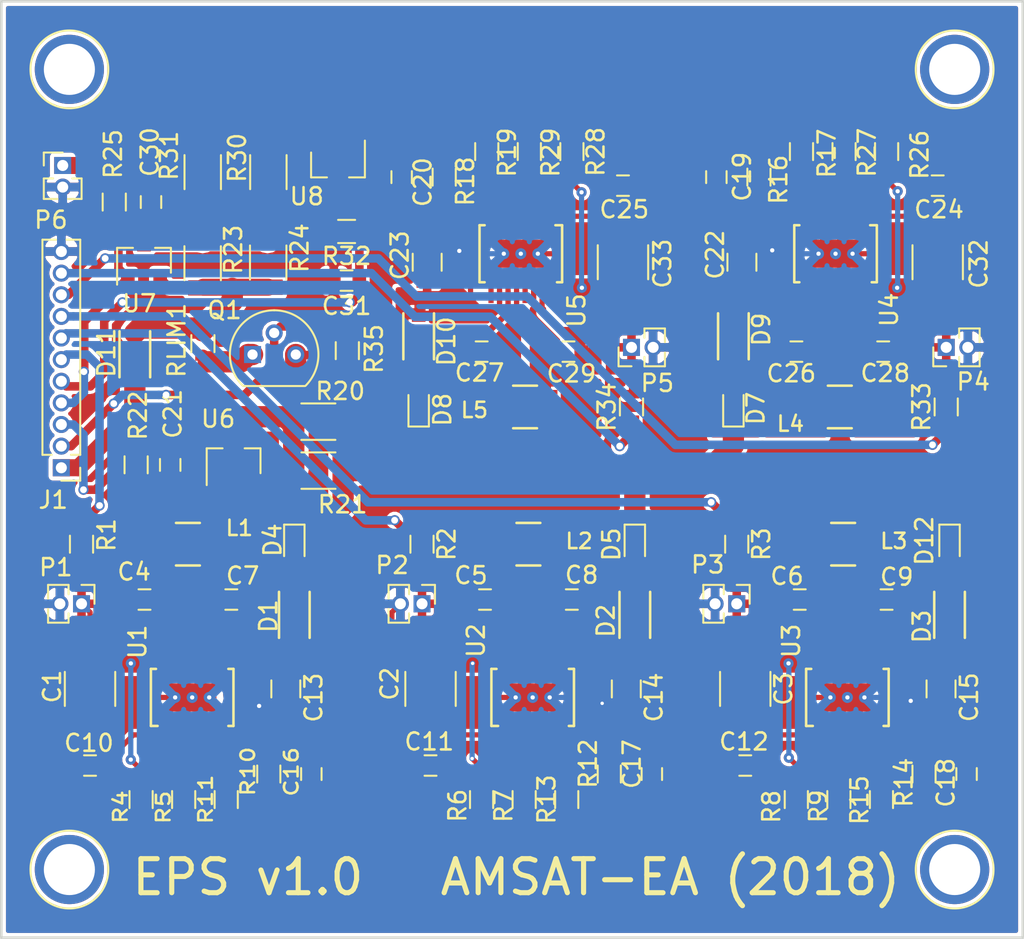
<source format=kicad_pcb>
(kicad_pcb (version 4) (host pcbnew 4.0.6)
  (title_block (title "EPS board") (date 2018-05-27) (company AMSAT-EA) (comment 1 "Drawn by L. Garcés"))
  (layers (0 F.Cu signal) (31 B.Cu signal) (34 B.Paste user) (35 F.Paste user) (36 B.SilkS user) (37 F.SilkS user) (38 B.Mask user) (39 F.Mask user) (44 Edge.Cuts user))
  (net 0 "")
  (net 1 PV+X_IN)
  (net 2 GND)
  (net 3 PV+Y_IN)
  (net 4 PV+Z_IN)
  (net 5 "Net-(C4-Pad2)")
  (net 6 "Net-(C4-Pad1)")
  (net 7 "Net-(C5-Pad2)")
  (net 8 "Net-(C5-Pad1)")
  (net 9 "Net-(C6-Pad2)")
  (net 10 "Net-(C6-Pad1)")
  (net 11 "Net-(C7-Pad2)")
  (net 12 "Net-(C7-Pad1)")
  (net 13 "Net-(C8-Pad2)")
  (net 14 "Net-(C8-Pad1)")
  (net 15 "Net-(C9-Pad2)")
  (net 16 "Net-(C9-Pad1)")
  (net 17 "Net-(C10-Pad1)")
  (net 18 "Net-(C11-Pad1)")
  (net 19 "Net-(C12-Pad1)")
  (net 20 "Net-(C13-Pad2)")
  (net 21 "Net-(C14-Pad2)")
  (net 22 "Net-(C15-Pad2)")
  (net 23 "Net-(C16-Pad2)")
  (net 24 "Net-(C17-Pad2)")
  (net 25 "Net-(C18-Pad2)")
  (net 26 "Net-(C19-Pad2)")
  (net 27 "Net-(C19-Pad1)")
  (net 28 "Net-(C20-Pad2)")
  (net 29 "Net-(C20-Pad1)")
  (net 30 I_SOLAR)
  (net 31 "Net-(C24-Pad1)")
  (net 32 "Net-(C25-Pad1)")
  (net 33 "Net-(C26-Pad2)")
  (net 34 "Net-(C26-Pad1)")
  (net 35 "Net-(C27-Pad2)")
  (net 36 "Net-(C27-Pad1)")
  (net 37 "Net-(C28-Pad2)")
  (net 38 "Net-(C28-Pad1)")
  (net 39 "Net-(C29-Pad2)")
  (net 40 "Net-(C29-Pad1)")
  (net 41 I_BATT_C)
  (net 42 I_BATT_D)
  (net 43 PV-X_IN)
  (net 44 PV-Y_IN)
  (net 45 "Net-(D1-Pad1)")
  (net 46 "Net-(D2-Pad1)")
  (net 47 "Net-(D12-Pad2)")
  (net 48 "Net-(D7-Pad2)")
  (net 49 "Net-(D10-Pad1)")
  (net 50 "Net-(D11-Pad2)")
  (net 51 VBUS)
  (net 52 PV+X_OUT)
  (net 53 PV+Y_OUT)
  (net 54 PV+Z_OUT)
  (net 55 PV-X_OUT)
  (net 56 PV-Y_OUT)
  (net 57 "Net-(Q1-Pad1)")
  (net 58 "Net-(R4-Pad2)")
  (net 59 "Net-(R6-Pad2)")
  (net 60 "Net-(R8-Pad2)")
  (net 61 "Net-(D12-Pad1)")
  (net 62 "Net-(R23-Pad1)")
  (net 63 "Net-(R26-Pad2)")
  (net 64 "Net-(R28-Pad2)")
  (net 65 "Net-(P6-Pad1)")
  (net 66 PTT)
  (module Connectors:1pin (layer F.Cu) (at 166 69)
    (fp_text reference "" hide)
    (fp_text value 1pin)
    (pad "" np_thru_hole circle (at 0 0) (size 4.064 4.064) (drill 3) (layers *.Cu *.Mask))
  )
  (module Connectors:1pin (layer F.Cu) (at 166 116)
    (fp_text reference "" hide)
    (fp_text value 1pin)
    (pad "" np_thru_hole circle (at 0 0) (size 4.064 4.064) (drill 3) (layers *.Cu *.Mask))
  )
  (module Connectors:1pin (layer F.Cu) (at 114 116)
    (fp_text reference "" hide)
    (fp_text value 1pin)
    (pad "" np_thru_hole circle (at 0 0) (size 4.064 4.064) (drill 3) (layers *.Cu *.Mask))
  )
  (module Capacitors_SMD:C_1210 (layer F.Cu) (at 115.21312 105.38992 270)
    (fp_text reference C1 (at -0.13812 2.2246 270) (layer F.SilkS))
    (fp_text value 22u)
    (pad 1 smd rect (at -1.5 0 270) (size 1 2.5) (layers F.Cu F.Paste F.Mask) (net 1 PV+X_IN))
    (pad 2 smd rect (at 1.5 0 270) (size 1 2.5) (layers F.Cu F.Paste F.Mask) (net 2 GND))
  )
  (module Capacitors_SMD:C_1210 (layer F.Cu) (at 135.21312 105.38992 270)
    (fp_text reference C2 (at -0.29464 2.40284 270) (layer F.SilkS))
    (fp_text value 22u)
    (pad 1 smd rect (at -1.5 0 270) (size 1 2.5) (layers F.Cu F.Paste F.Mask) (net 3 PV+Y_IN))
    (pad 2 smd rect (at 1.5 0 270) (size 1 2.5) (layers F.Cu F.Paste F.Mask) (net 2 GND))
  )
  (module Capacitors_SMD:C_1210 (layer F.Cu) (at 153.69928 105.38992 270)
    (fp_text reference C3 (at 0 -2.25 270) (layer F.SilkS))
    (fp_text value 22u)
    (pad 1 smd rect (at -1.5 0 270) (size 1 2.5) (layers F.Cu F.Paste F.Mask) (net 4 PV+Z_IN))
    (pad 2 smd rect (at 1.5 0 270) (size 1 2.5) (layers F.Cu F.Paste F.Mask) (net 2 GND))
  )
  (module Capacitors_SMD:C_0603 (layer F.Cu) (at 118.41312 100.13992 180)
    (fp_text reference C4 (at 0.61384 1.63036 180) (layer F.SilkS))
    (fp_text value 22n)
    (pad 2 smd rect (at 0.75 0 180) (size 0.8 0.75) (layers F.Cu F.Paste F.Mask) (net 5 "Net-(C4-Pad2)"))
    (pad 1 smd rect (at -0.75 0 180) (size 0.8 0.75) (layers F.Cu F.Paste F.Mask) (net 6 "Net-(C4-Pad1)"))
  )
  (module Capacitors_SMD:C_0603 (layer F.Cu) (at 138.41312 100.13992 180)
    (fp_text reference C5 (at 0.82724 1.41592 180) (layer F.SilkS))
    (fp_text value 22n)
    (pad 2 smd rect (at 0.75 0 180) (size 0.8 0.75) (layers F.Cu F.Paste F.Mask) (net 7 "Net-(C5-Pad2)"))
    (pad 1 smd rect (at -0.75 0 180) (size 0.8 0.75) (layers F.Cu F.Paste F.Mask) (net 8 "Net-(C5-Pad1)"))
  )
  (module Capacitors_SMD:C_0603 (layer F.Cu) (at 156.89928 100.13992 180)
    (fp_text reference C6 (at 0.746 1.3702 180) (layer F.SilkS))
    (fp_text value 22n)
    (pad 2 smd rect (at 0.75 0 180) (size 0.8 0.75) (layers F.Cu F.Paste F.Mask) (net 9 "Net-(C6-Pad2)"))
    (pad 1 smd rect (at -0.75 0 180) (size 0.8 0.75) (layers F.Cu F.Paste F.Mask) (net 10 "Net-(C6-Pad1)"))
  )
  (module Capacitors_SMD:C_0603 (layer F.Cu) (at 123.51312 100.13992 180)
    (fp_text reference C7 (at -0.66664 1.3956 180) (layer F.SilkS))
    (fp_text value 22n)
    (pad 2 smd rect (at 0.75 0 180) (size 0.8 0.75) (layers F.Cu F.Paste F.Mask) (net 11 "Net-(C7-Pad2)"))
    (pad 1 smd rect (at -0.75 0 180) (size 0.8 0.75) (layers F.Cu F.Paste F.Mask) (net 12 "Net-(C7-Pad1)"))
  )
  (module Capacitors_SMD:C_0603 (layer F.Cu) (at 143.51312 100.13992 180)
    (fp_text reference C8 (at -0.57516 1.44132 180) (layer F.SilkS))
    (fp_text value 22n)
    (pad 2 smd rect (at 0.75 0 180) (size 0.8 0.75) (layers F.Cu F.Paste F.Mask) (net 13 "Net-(C8-Pad2)"))
    (pad 1 smd rect (at -0.75 0 180) (size 0.8 0.75) (layers F.Cu F.Paste F.Mask) (net 14 "Net-(C8-Pad1)"))
  )
  (module Capacitors_SMD:C_0603 (layer F.Cu) (at 161.99928 100.13992 180)
    (fp_text reference C9 (at -0.60052 1.32956 180) (layer F.SilkS))
    (fp_text value 22n)
    (pad 2 smd rect (at 0.75 0 180) (size 0.8 0.75) (layers F.Cu F.Paste F.Mask) (net 15 "Net-(C9-Pad2)"))
    (pad 1 smd rect (at -0.75 0 180) (size 0.8 0.75) (layers F.Cu F.Paste F.Mask) (net 16 "Net-(C9-Pad1)"))
  )
  (module Capacitors_SMD:C_0603 (layer F.Cu) (at 115.21312 109.88992 180)
    (fp_text reference C10 (at 0.0656 1.32088 180) (layer F.SilkS))
    (fp_text value 2.2u)
    (pad 2 smd rect (at 0.75 0 180) (size 0.8 0.75) (layers F.Cu F.Paste F.Mask) (net 2 GND))
    (pad 1 smd rect (at -0.75 0 180) (size 0.8 0.75) (layers F.Cu F.Paste F.Mask) (net 17 "Net-(C10-Pad1)"))
  )
  (module Capacitors_SMD:C_0603 (layer F.Cu) (at 135.21312 109.88992 180)
    (fp_text reference C11 (at 0.0762 1.40068 180) (layer F.SilkS))
    (fp_text value 2.2u)
    (pad 2 smd rect (at 0.75 0 180) (size 0.8 0.75) (layers F.Cu F.Paste F.Mask) (net 2 GND))
    (pad 1 smd rect (at -0.75 0 180) (size 0.8 0.75) (layers F.Cu F.Paste F.Mask) (net 18 "Net-(C11-Pad1)"))
  )
  (module Capacitors_SMD:C_0603 (layer F.Cu) (at 153.69928 109.88992 180)
    (fp_text reference C12 (at 0.0762 1.40068 180) (layer F.SilkS))
    (fp_text value 2.2u)
    (pad 2 smd rect (at 0.75 0 180) (size 0.8 0.75) (layers F.Cu F.Paste F.Mask) (net 2 GND))
    (pad 1 smd rect (at -0.75 0 180) (size 0.8 0.75) (layers F.Cu F.Paste F.Mask) (net 19 "Net-(C12-Pad1)"))
  )
  (module Capacitors_SMD:C_0805 (layer F.Cu) (at 126.71312 105.38992 90)
    (fp_text reference C13 (at -0.51212 1.63224 270) (layer F.SilkS))
    (fp_text value 10u)
    (pad 1 smd rect (at -1 0 90) (size 1 1.25) (layers F.Cu F.Paste F.Mask) (net 2 GND))
    (pad 2 smd rect (at 1 0 90) (size 1 1.25) (layers F.Cu F.Paste F.Mask) (net 20 "Net-(C13-Pad2)"))
  )
  (module Capacitors_SMD:C_0805 (layer F.Cu) (at 146.71312 105.38992 90)
    (fp_text reference C14 (at -0.50196 1.61696 90) (layer F.SilkS))
    (fp_text value 10u)
    (pad 1 smd rect (at -1 0 90) (size 1 1.25) (layers F.Cu F.Paste F.Mask) (net 2 GND))
    (pad 2 smd rect (at 1 0 90) (size 1 1.25) (layers F.Cu F.Paste F.Mask) (net 21 "Net-(C14-Pad2)"))
  )
  (module Capacitors_SMD:C_0805 (layer F.Cu) (at 165.19928 105.38992 90)
    (fp_text reference C15 (at -0.4918 1.65248 90) (layer F.SilkS))
    (fp_text value 10u)
    (pad 1 smd rect (at -1 0 90) (size 1 1.25) (layers F.Cu F.Paste F.Mask) (net 2 GND))
    (pad 2 smd rect (at 1 0 90) (size 1 1.25) (layers F.Cu F.Paste F.Mask) (net 22 "Net-(C15-Pad2)"))
  )
  (module Capacitors_SMD:C_0603 (layer F.Cu) (at 128.21312 110.38992 270)
    (fp_text reference C16 (at -0.12924 1.17332 270) (layer F.SilkS) (effects (font (size 0.8 1))))
    (fp_text value 66/Ra)
    (pad 2 smd rect (at 0.75 0 270) (size 0.8 0.75) (layers F.Cu F.Paste F.Mask) (net 23 "Net-(C16-Pad2)"))
    (pad 1 smd rect (at -0.75 0 270) (size 0.8 0.75) (layers F.Cu F.Paste F.Mask) (net 20 "Net-(C13-Pad2)"))
  )
  (module Capacitors_SMD:C_0603 (layer F.Cu) (at 148.21312 110.38992 270)
    (fp_text reference C17 (at -0.58644 1.17336 270) (layer F.SilkS))
    (fp_text value 66/Ra)
    (pad 2 smd rect (at 0.75 0 270) (size 0.8 0.75) (layers F.Cu F.Paste F.Mask) (net 24 "Net-(C17-Pad2)"))
    (pad 1 smd rect (at -0.75 0 270) (size 0.8 0.75) (layers F.Cu F.Paste F.Mask) (net 21 "Net-(C14-Pad2)"))
  )
  (module Capacitors_SMD:C_0603 (layer F.Cu) (at 166.69928 110.38992 270)
    (fp_text reference C18 (at 0.51084 1.21912 270) (layer F.SilkS))
    (fp_text value 66/Ra)
    (pad 2 smd rect (at 0.75 0 270) (size 0.8 0.75) (layers F.Cu F.Paste F.Mask) (net 25 "Net-(C18-Pad2)"))
    (pad 1 smd rect (at -0.75 0 270) (size 0.8 0.75) (layers F.Cu F.Paste F.Mask) (net 22 "Net-(C15-Pad2)"))
  )
  (module Capacitors_SMD:C_0603 (layer F.Cu) (at 152.00296 75.32836 90)
    (fp_text reference C19 (at 0.02032 1.51384 90) (layer F.SilkS))
    (fp_text value 66/Ra)
    (pad 2 smd rect (at 0.75 0 90) (size 0.8 0.75) (layers F.Cu F.Paste F.Mask) (net 26 "Net-(C19-Pad2)"))
    (pad 1 smd rect (at -0.75 0 90) (size 0.8 0.75) (layers F.Cu F.Paste F.Mask) (net 27 "Net-(C19-Pad1)"))
  )
  (module Capacitors_SMD:C_0603 (layer F.Cu) (at 133.5168 75.32836 90)
    (fp_text reference C20 (at -0.29688 1.23952 90) (layer F.SilkS))
    (fp_text value 66/Ra)
    (pad 2 smd rect (at 0.75 0 90) (size 0.8 0.75) (layers F.Cu F.Paste F.Mask) (net 28 "Net-(C20-Pad2)"))
    (pad 1 smd rect (at -0.75 0 90) (size 0.8 0.75) (layers F.Cu F.Paste F.Mask) (net 29 "Net-(C20-Pad1)"))
  )
  (module Capacitors_SMD:C_0603 (layer F.Cu) (at 119.92272 92.23176 270)
    (fp_text reference C21 (at -2.9972 -0.1524 270) (layer F.SilkS))
    (fp_text value 1u)
    (pad 2 smd rect (at 0.75 0 270) (size 0.8 0.75) (layers F.Cu F.Paste F.Mask) (net 2 GND))
    (pad 1 smd rect (at -0.75 0 270) (size 0.8 0.75) (layers F.Cu F.Paste F.Mask) (net 30 I_SOLAR))
  )
  (module Capacitors_SMD:C_0805 (layer F.Cu) (at 153.50296 80.32836 270)
    (fp_text reference C22 (at -0.441 1.57116 270) (layer F.SilkS))
    (fp_text value 10u)
    (pad 1 smd rect (at -1 0 270) (size 1 1.25) (layers F.Cu F.Paste F.Mask) (net 2 GND))
    (pad 2 smd rect (at 1 0 270) (size 1 1.25) (layers F.Cu F.Paste F.Mask) (net 27 "Net-(C19-Pad1)"))
  )
  (module Capacitors_SMD:C_0805 (layer F.Cu) (at 135.0168 80.32836 270)
    (fp_text reference C23 (at -0.40544 1.60668 270) (layer F.SilkS))
    (fp_text value 10u)
    (pad 1 smd rect (at -1 0 270) (size 1 1.25) (layers F.Cu F.Paste F.Mask) (net 2 GND))
    (pad 2 smd rect (at 1 0 270) (size 1 1.25) (layers F.Cu F.Paste F.Mask) (net 29 "Net-(C20-Pad1)"))
  )
  (module Capacitors_SMD:C_0603 (layer F.Cu) (at 165.00296 75.82836)
    (fp_text reference C24 (at 0.0762 1.40068) (layer F.SilkS))
    (fp_text value 2.2u)
    (pad 2 smd rect (at 0.75 0) (size 0.8 0.75) (layers F.Cu F.Paste F.Mask) (net 2 GND))
    (pad 1 smd rect (at -0.75 0) (size 0.8 0.75) (layers F.Cu F.Paste F.Mask) (net 31 "Net-(C24-Pad1)"))
  )
  (module Capacitors_SMD:C_0603 (layer F.Cu) (at 146.5168 75.82836)
    (fp_text reference C25 (at 0.0762 1.40068) (layer F.SilkS))
    (fp_text value 2.2u)
    (pad 2 smd rect (at 0.75 0) (size 0.8 0.75) (layers F.Cu F.Paste F.Mask) (net 2 GND))
    (pad 1 smd rect (at -0.75 0) (size 0.8 0.75) (layers F.Cu F.Paste F.Mask) (net 32 "Net-(C25-Pad1)"))
  )
  (module Capacitors_SMD:C_0603 (layer F.Cu) (at 156.70296 85.57836)
    (fp_text reference C26 (at -0.30076 1.28384) (layer F.SilkS))
    (fp_text value 22n)
    (pad 2 smd rect (at 0.75 0) (size 0.8 0.75) (layers F.Cu F.Paste F.Mask) (net 33 "Net-(C26-Pad2)"))
    (pad 1 smd rect (at -0.75 0) (size 0.8 0.75) (layers F.Cu F.Paste F.Mask) (net 34 "Net-(C26-Pad1)"))
  )
  (module Capacitors_SMD:C_0603 (layer F.Cu) (at 138.2168 85.57836)
    (fp_text reference C27 (at -0.12292 1.2432) (layer F.SilkS))
    (fp_text value 22n)
    (pad 2 smd rect (at 0.75 0) (size 0.8 0.75) (layers F.Cu F.Paste F.Mask) (net 35 "Net-(C27-Pad2)"))
    (pad 1 smd rect (at -0.75 0) (size 0.8 0.75) (layers F.Cu F.Paste F.Mask) (net 36 "Net-(C27-Pad1)"))
  )
  (module Capacitors_SMD:C_0603 (layer F.Cu) (at 161.80296 85.57836)
    (fp_text reference C28 (at 0.1212 1.2686) (layer F.SilkS))
    (fp_text value 22n)
    (pad 2 smd rect (at 0.75 0) (size 0.8 0.75) (layers F.Cu F.Paste F.Mask) (net 37 "Net-(C28-Pad2)"))
    (pad 1 smd rect (at -0.75 0) (size 0.8 0.75) (layers F.Cu F.Paste F.Mask) (net 38 "Net-(C28-Pad1)"))
  )
  (module Capacitors_SMD:C_0603 (layer F.Cu) (at 143.3168 85.57836)
    (fp_text reference C29 (at 0.17712 1.294) (layer F.SilkS))
    (fp_text value 22n)
    (pad 2 smd rect (at 0.75 0) (size 0.8 0.75) (layers F.Cu F.Paste F.Mask) (net 39 "Net-(C29-Pad2)"))
    (pad 1 smd rect (at -0.75 0) (size 0.8 0.75) (layers F.Cu F.Paste F.Mask) (net 40 "Net-(C29-Pad1)"))
  )
  (module Capacitors_SMD:C_0603 (layer F.Cu) (at 118.79496 76.79364 90)
    (fp_text reference C30 (at 2.93624 -0.06604 90) (layer F.SilkS))
    (fp_text value 1u)
    (pad 2 smd rect (at 0.75 0 90) (size 0.8 0.75) (layers F.Cu F.Paste F.Mask) (net 2 GND))
    (pad 1 smd rect (at -0.75 0 90) (size 0.8 0.75) (layers F.Cu F.Paste F.Mask) (net 41 I_BATT_C))
  )
  (module Capacitors_SMD:C_0603 (layer F.Cu) (at 130.28084 81.40628 180)
    (fp_text reference C31 (at 0 -1.5 180) (layer F.SilkS))
    (fp_text value 1u)
    (pad 2 smd rect (at 0.75 0 180) (size 0.8 0.75) (layers F.Cu F.Paste F.Mask) (net 2 GND))
    (pad 1 smd rect (at -0.75 0 180) (size 0.8 0.75) (layers F.Cu F.Paste F.Mask) (net 42 I_BATT_D))
  )
  (module Capacitors_SMD:C_1210 (layer F.Cu) (at 165.00296 80.32836 90)
    (fp_text reference C32 (at -0.09652 2.413 90) (layer F.SilkS))
    (fp_text value 22u)
    (pad 1 smd rect (at -1.5 0 90) (size 1 2.5) (layers F.Cu F.Paste F.Mask) (net 43 PV-X_IN))
    (pad 2 smd rect (at 1.5 0 90) (size 1 2.5) (layers F.Cu F.Paste F.Mask) (net 2 GND))
  )
  (module Capacitors_SMD:C_1210 (layer F.Cu) (at 146.5168 80.32836 90)
    (fp_text reference C33 (at -0.08128 2.32156 90) (layer F.SilkS))
    (fp_text value 22u)
    (pad 1 smd rect (at -1.5 0 90) (size 1 2.5) (layers F.Cu F.Paste F.Mask) (net 44 PV-Y_IN))
    (pad 2 smd rect (at 1.5 0 90) (size 1 2.5) (layers F.Cu F.Paste F.Mask) (net 2 GND))
  )
  (module smini:SMini2-F4-B-B (layer F.Cu) (at 127.21312 101.38992 90)
    (fp_text reference D1 (at 0.27832 -1.5246 90) (layer F.SilkS))
    (fp_text value 1N5819)
    (pad 2 smd rect (at -0.9 0 90) (size 0.8 0.8) (layers F.Cu F.Paste F.Mask) (net 20 "Net-(C13-Pad2)"))
    (pad 1 smd rect (at 1 0 90) (size 2 1.1) (layers F.Cu F.Paste F.Mask) (net 45 "Net-(D1-Pad1)"))
  )
  (module smini:SMini2-F4-B-B (layer F.Cu) (at 147.21312 101.38992 90)
    (fp_text reference D2 (at 0 -1.7 90) (layer F.SilkS))
    (fp_text value 1N5819)
    (pad 2 smd rect (at -0.9 0 90) (size 0.8 0.8) (layers F.Cu F.Paste F.Mask) (net 21 "Net-(C14-Pad2)"))
    (pad 1 smd rect (at 1 0 90) (size 2 1.1) (layers F.Cu F.Paste F.Mask) (net 46 "Net-(D2-Pad1)"))
  )
  (module smini:SMini2-F4-B-B (layer F.Cu) (at 165.69928 101.38992 90)
    (fp_text reference D3 (at -0.33128 -1.62628 90) (layer F.SilkS))
    (fp_text value 1N5819)
    (pad 2 smd rect (at -0.9 0 90) (size 0.8 0.8) (layers F.Cu F.Paste F.Mask) (net 22 "Net-(C15-Pad2)"))
    (pad 1 smd rect (at 1 0 90) (size 2 1.1) (layers F.Cu F.Paste F.Mask) (net 47 "Net-(D12-Pad2)"))
  )
  (module smini:SMini2-F4-B-B (layer F.Cu) (at 153.00296 84.32836 270)
    (fp_text reference D9 (at -0.05188 -1.64156 270) (layer F.SilkS))
    (fp_text value 1N5819)
    (pad 2 smd rect (at -0.9 0 270) (size 0.8 0.8) (layers F.Cu F.Paste F.Mask) (net 27 "Net-(C19-Pad1)"))
    (pad 1 smd rect (at 1 0 270) (size 2 1.1) (layers F.Cu F.Paste F.Mask) (net 48 "Net-(D7-Pad2)"))
  )
  (module smini:SMini2-F4-B-B (layer F.Cu) (at 134.5168 84.32836 270)
    (fp_text reference D10 (at 0.64916 -1.63144 270) (layer F.SilkS))
    (fp_text value 1N5819)
    (pad 2 smd rect (at -0.9 0 270) (size 0.8 0.8) (layers F.Cu F.Paste F.Mask) (net 29 "Net-(C20-Pad1)"))
    (pad 1 smd rect (at 1 0 270) (size 2 1.1) (layers F.Cu F.Paste F.Mask) (net 49 "Net-(D10-Pad1)"))
  )
  (module smini:SMini2-F4-B-B (layer F.Cu) (at 117.845 85.38392 270)
    (fp_text reference D11 (at 0.25908 1.66624 270) (layer F.SilkS))
    (fp_text value 1N5819)
    (pad 2 smd rect (at -0.9 0 270) (size 0.8 0.8) (layers F.Cu F.Paste F.Mask) (net 50 "Net-(D11-Pad2)"))
    (pad 1 smd rect (at 1 0 270) (size 2 1.1) (layers F.Cu F.Paste F.Mask) (net 51 VBUS))
  )
  (module Pin_Headers:Pin_Header_Straight_1x11_Pitch1.27mm (layer F.Cu) (at 113.527 92.3994 180)
    (fp_text reference J1 (at 0.47752 -1.88976 180) (layer F.SilkS))
    (fp_text value Conn_01x11)
    (pad 1 thru_hole rect (at 0 0 180) (size 1 1) (drill 0.65) (layers *.Cu *.Mask) (net 51 VBUS))
    (pad 2 thru_hole oval (at 0 1.27 180) (size 1 1) (drill 0.65) (layers *.Cu *.Mask) (net 66 PTT))
    (pad 3 thru_hole oval (at 0 2.54 180) (size 1 1) (drill 0.65) (layers *.Cu *.Mask) (net 30 I_SOLAR))
    (pad 4 thru_hole oval (at 0 3.81 180) (size 1 1) (drill 0.65) (layers *.Cu *.Mask) (net 41 I_BATT_C))
    (pad 5 thru_hole oval (at 0 5.08 180) (size 1 1) (drill 0.65) (layers *.Cu *.Mask) (net 42 I_BATT_D))
    (pad 6 thru_hole oval (at 0 6.35 180) (size 1 1) (drill 0.65) (layers *.Cu *.Mask) (net 52 PV+X_OUT))
    (pad 7 thru_hole oval (at 0 7.62 180) (size 1 1) (drill 0.65) (layers *.Cu *.Mask) (net 53 PV+Y_OUT))
    (pad 8 thru_hole oval (at 0 8.89 180) (size 1 1) (drill 0.65) (layers *.Cu *.Mask) (net 54 PV+Z_OUT))
    (pad 9 thru_hole oval (at 0 10.16 180) (size 1 1) (drill 0.65) (layers *.Cu *.Mask) (net 55 PV-X_OUT))
    (pad 10 thru_hole oval (at 0 11.43 180) (size 1 1) (drill 0.65) (layers *.Cu *.Mask) (net 56 PV-Y_OUT))
    (pad 11 thru_hole oval (at 0 12.7 180) (size 1 1) (drill 0.65) (layers *.Cu *.Mask) (net 2 GND))
  )
  (module Pin_Headers:Pin_Header_Straight_1x02_Pitch1.27mm (layer F.Cu) (at 114.71312 100.38992 270)
    (fp_text reference P1 (at -2.13836 1.51124 360) (layer F.SilkS))
    (fp_text value CONN_01X02)
    (pad 1 thru_hole rect (at 0 0 270) (size 1 1) (drill 0.65) (layers *.Cu *.Mask) (net 1 PV+X_IN))
    (pad 2 thru_hole oval (at 0 1.27 270) (size 1 1) (drill 0.65) (layers *.Cu *.Mask) (net 2 GND))
  )
  (module Pin_Headers:Pin_Header_Straight_1x02_Pitch1.27mm (layer F.Cu) (at 134.71312 100.38992 270)
    (fp_text reference P2 (at -2.26616 1.75544 360) (layer F.SilkS))
    (fp_text value CONN_01X02)
    (pad 1 thru_hole rect (at 0 0 270) (size 1 1) (drill 0.65) (layers *.Cu *.Mask) (net 3 PV+Y_IN))
    (pad 2 thru_hole oval (at 0 1.27 270) (size 1 1) (drill 0.65) (layers *.Cu *.Mask) (net 2 GND))
  )
  (module Pin_Headers:Pin_Header_Straight_1x02_Pitch1.27mm (layer F.Cu) (at 153.19928 100.38992 270)
    (fp_text reference P3 (at -2.29584 1.70436 360) (layer F.SilkS))
    (fp_text value CONN_01X02)
    (pad 1 thru_hole rect (at 0 0 270) (size 1 1) (drill 0.65) (layers *.Cu *.Mask) (net 4 PV+Z_IN))
    (pad 2 thru_hole oval (at 0 1.27 270) (size 1 1) (drill 0.65) (layers *.Cu *.Mask) (net 2 GND))
  )
  (module Pin_Headers:Pin_Header_Straight_1x02_Pitch1.27mm (layer F.Cu) (at 165.50296 85.32836 90)
    (fp_text reference P4 (at -2.02184 1.59004 180) (layer F.SilkS))
    (fp_text value CONN_01X02)
    (pad 1 thru_hole rect (at 0 0 90) (size 1 1) (drill 0.65) (layers *.Cu *.Mask) (net 43 PV-X_IN))
    (pad 2 thru_hole oval (at 0 1.27 90) (size 1 1) (drill 0.65) (layers *.Cu *.Mask) (net 2 GND))
  )
  (module Pin_Headers:Pin_Header_Straight_1x02_Pitch1.27mm (layer F.Cu) (at 147.0168 85.32836 90)
    (fp_text reference P5 (at -2.10312 1.51892 180) (layer F.SilkS))
    (fp_text value CONN_01X02)
    (pad 1 thru_hole rect (at 0 0 90) (size 1 1) (drill 0.65) (layers *.Cu *.Mask) (net 44 PV-Y_IN))
    (pad 2 thru_hole oval (at 0 1.27 90) (size 1 1) (drill 0.65) (layers *.Cu *.Mask) (net 2 GND))
  )
  (module TO_SOT_Packages_THT:TO-92_Molded_Narrow (layer F.Cu) (at 124.75888 85.74968)
    (fp_text reference Q1 (at -1.64592 -2.60096) (layer F.SilkS))
    (fp_text value BC557)
    (pad 2 thru_hole circle (at 1.27 -1.27 90) (size 1 1) (drill 0.6) (layers *.Cu *.Mask) (net 66 PTT))
    (pad 3 thru_hole circle (at 2.54 0 90) (size 1 1) (drill 0.6) (layers *.Cu *.Mask) (net 51 VBUS))
    (pad 1 thru_hole rect (at 0 0 90) (size 1 1) (drill 0.6) (layers *.Cu *.Mask) (net 57 "Net-(Q1-Pad1)"))
  )
  (module Resistors_SMD:R_0603 (layer F.Cu) (at 114.71312 96.88992 270)
    (fp_text reference R1 (at -0.53828 -1.4758 270) (layer F.SilkS))
    (fp_text value M)
    (pad 1 smd rect (at -0.75 0 270) (size 0.5 0.9) (layers F.Cu F.Paste F.Mask) (net 52 PV+X_OUT))
    (pad 2 smd rect (at 0.75 0 270) (size 0.5 0.9) (layers F.Cu F.Paste F.Mask) (net 1 PV+X_IN))
  )
  (module Resistors_SMD:R_0603 (layer F.Cu) (at 134.71312 96.88992 270)
    (fp_text reference R2 (at 0 -1.45 270) (layer F.SilkS))
    (fp_text value M)
    (pad 1 smd rect (at -0.75 0 270) (size 0.5 0.9) (layers F.Cu F.Paste F.Mask) (net 53 PV+Y_OUT))
    (pad 2 smd rect (at 0.75 0 270) (size 0.5 0.9) (layers F.Cu F.Paste F.Mask) (net 3 PV+Y_IN))
  )
  (module Resistors_SMD:R_0603 (layer F.Cu) (at 153.19928 96.88992 270)
    (fp_text reference R3 (at 0 -1.45 270) (layer F.SilkS))
    (fp_text value M)
    (pad 1 smd rect (at -0.75 0 270) (size 0.5 0.9) (layers F.Cu F.Paste F.Mask) (net 54 PV+Z_OUT))
    (pad 2 smd rect (at 0.75 0 270) (size 0.5 0.9) (layers F.Cu F.Paste F.Mask) (net 4 PV+Z_IN))
  )
  (module Resistors_SMD:R_0603 (layer F.Cu) (at 118.21312 111.88992 270)
    (fp_text reference R4 (at 0.43832 1.2114 270) (layer F.SilkS) (effects (font (size 0.8 1))))
    (fp_text value Rd)
    (pad 1 smd rect (at -0.75 0 270) (size 0.5 0.9) (layers F.Cu F.Paste F.Mask) (net 1 PV+X_IN))
    (pad 2 smd rect (at 0.75 0 270) (size 0.5 0.9) (layers F.Cu F.Paste F.Mask) (net 58 "Net-(R4-Pad2)"))
  )
  (module Resistors_SMD:R_0603 (layer F.Cu) (at 120.71312 111.88992 90)
    (fp_text reference R5 (at -0.45864 -1.19172 90) (layer F.SilkS) (effects (font (size 0.8 1))))
    (fp_text value Rc)
    (pad 1 smd rect (at -0.75 0 90) (size 0.5 0.9) (layers F.Cu F.Paste F.Mask) (net 58 "Net-(R4-Pad2)"))
    (pad 2 smd rect (at 0.75 0 90) (size 0.5 0.9) (layers F.Cu F.Paste F.Mask) (net 2 GND))
  )
  (module Resistors_SMD:R_0603 (layer F.Cu) (at 138.21312 111.88992 270)
    (fp_text reference R6 (at 0.35704 1.40956 270) (layer F.SilkS))
    (fp_text value Rd)
    (pad 1 smd rect (at -0.75 0 270) (size 0.5 0.9) (layers F.Cu F.Paste F.Mask) (net 3 PV+Y_IN))
    (pad 2 smd rect (at 0.75 0 270) (size 0.5 0.9) (layers F.Cu F.Paste F.Mask) (net 59 "Net-(R6-Pad2)"))
  )
  (module Resistors_SMD:R_0603 (layer F.Cu) (at 140.71312 111.88992 90)
    (fp_text reference R7 (at -0.37228 -1.207 90) (layer F.SilkS))
    (fp_text value Rc)
    (pad 1 smd rect (at -0.75 0 90) (size 0.5 0.9) (layers F.Cu F.Paste F.Mask) (net 59 "Net-(R6-Pad2)"))
    (pad 2 smd rect (at 0.75 0 90) (size 0.5 0.9) (layers F.Cu F.Paste F.Mask) (net 2 GND))
  )
  (module Resistors_SMD:R_0603 (layer F.Cu) (at 156.69928 111.88992 270)
    (fp_text reference R8 (at 0.418 1.4604 270) (layer F.SilkS))
    (fp_text value Rd)
    (pad 1 smd rect (at -0.75 0 270) (size 0.5 0.9) (layers F.Cu F.Paste F.Mask) (net 4 PV+Z_IN))
    (pad 2 smd rect (at 0.75 0 270) (size 0.5 0.9) (layers F.Cu F.Paste F.Mask) (net 60 "Net-(R8-Pad2)"))
  )
  (module Resistors_SMD:R_0603 (layer F.Cu) (at 159.19928 111.88992 90)
    (fp_text reference R9 (at -0.39768 -1.20704 90) (layer F.SilkS))
    (fp_text value Rc)
    (pad 1 smd rect (at -0.75 0 90) (size 0.5 0.9) (layers F.Cu F.Paste F.Mask) (net 60 "Net-(R8-Pad2)"))
    (pad 2 smd rect (at 0.75 0 90) (size 0.5 0.9) (layers F.Cu F.Paste F.Mask) (net 2 GND))
  )
  (module Resistors_SMD:R_0603 (layer F.Cu) (at 125.71312 110.38992 270)
    (fp_text reference R10 (at -0.14956 1.22856 270) (layer F.SilkS) (effects (font (size 0.8 1))))
    (fp_text value Ra)
    (pad 1 smd rect (at -0.75 0 270) (size 0.5 0.9) (layers F.Cu F.Paste F.Mask) (net 20 "Net-(C13-Pad2)"))
    (pad 2 smd rect (at 0.75 0 270) (size 0.5 0.9) (layers F.Cu F.Paste F.Mask) (net 23 "Net-(C16-Pad2)"))
  )
  (module Resistors_SMD:R_0603 (layer F.Cu) (at 123.21312 111.88992 270)
    (fp_text reference R11 (at -0.00872 1.20824 270) (layer F.SilkS) (effects (font (size 0.8 1))))
    (fp_text value Rb)
    (pad 1 smd rect (at -0.75 0 270) (size 0.5 0.9) (layers F.Cu F.Paste F.Mask) (net 23 "Net-(C16-Pad2)"))
    (pad 2 smd rect (at 0.75 0 270) (size 0.5 0.9) (layers F.Cu F.Paste F.Mask) (net 2 GND))
  )
  (module Resistors_SMD:R_0603 (layer F.Cu) (at 145.71312 110.38992 270)
    (fp_text reference R12 (at -0.60676 1.24892 450) (layer F.SilkS))
    (fp_text value Ra)
    (pad 1 smd rect (at -0.75 0 270) (size 0.5 0.9) (layers F.Cu F.Paste F.Mask) (net 21 "Net-(C14-Pad2)"))
    (pad 2 smd rect (at 0.75 0 270) (size 0.5 0.9) (layers F.Cu F.Paste F.Mask) (net 24 "Net-(C17-Pad2)"))
  )
  (module Resistors_SMD:R_0603 (layer F.Cu) (at 143.21312 111.88992 270)
    (fp_text reference R13 (at -0.00872 1.17716 270) (layer F.SilkS))
    (fp_text value Rb)
    (pad 1 smd rect (at -0.75 0 270) (size 0.5 0.9) (layers F.Cu F.Paste F.Mask) (net 24 "Net-(C17-Pad2)"))
    (pad 2 smd rect (at 0.75 0 270) (size 0.5 0.9) (layers F.Cu F.Paste F.Mask) (net 2 GND))
  )
  (module Resistors_SMD:R_0603 (layer F.Cu) (at 164.19928 110.38992 270)
    (fp_text reference R14 (at 0.50068 1.188 270) (layer F.SilkS))
    (fp_text value Ra)
    (pad 1 smd rect (at -0.75 0 270) (size 0.5 0.9) (layers F.Cu F.Paste F.Mask) (net 22 "Net-(C15-Pad2)"))
    (pad 2 smd rect (at 0.75 0 270) (size 0.5 0.9) (layers F.Cu F.Paste F.Mask) (net 25 "Net-(C18-Pad2)"))
  )
  (module Resistors_SMD:R_0603 (layer F.Cu) (at 161.69928 111.88992 270)
    (fp_text reference R15 (at 0.03192 1.28388 270) (layer F.SilkS))
    (fp_text value Rb)
    (pad 1 smd rect (at -0.75 0 270) (size 0.5 0.9) (layers F.Cu F.Paste F.Mask) (net 25 "Net-(C18-Pad2)"))
    (pad 2 smd rect (at 0.75 0 270) (size 0.5 0.9) (layers F.Cu F.Paste F.Mask) (net 2 GND))
  )
  (module Resistors_SMD:R_0603 (layer F.Cu) (at 154.50296 75.32836 90)
    (fp_text reference R16 (at -0.14732 1.14808 90) (layer F.SilkS))
    (fp_text value Ra)
    (pad 1 smd rect (at -0.75 0 90) (size 0.5 0.9) (layers F.Cu F.Paste F.Mask) (net 27 "Net-(C19-Pad1)"))
    (pad 2 smd rect (at 0.75 0 90) (size 0.5 0.9) (layers F.Cu F.Paste F.Mask) (net 26 "Net-(C19-Pad2)"))
  )
  (module Resistors_SMD:R_0603 (layer F.Cu) (at 157.00296 73.82836 90)
    (fp_text reference R17 (at -0.10668 1.48844 90) (layer F.SilkS))
    (fp_text value Rb)
    (pad 1 smd rect (at -0.75 0 90) (size 0.5 0.9) (layers F.Cu F.Paste F.Mask) (net 26 "Net-(C19-Pad2)"))
    (pad 2 smd rect (at 0.75 0 90) (size 0.5 0.9) (layers F.Cu F.Paste F.Mask) (net 2 GND))
  )
  (module Resistors_SMD:R_0603 (layer F.Cu) (at 136.0168 75.32836 90)
    (fp_text reference R18 (at -0.25116 1.23888 90) (layer F.SilkS))
    (fp_text value Ra)
    (pad 1 smd rect (at -0.75 0 90) (size 0.5 0.9) (layers F.Cu F.Paste F.Mask) (net 29 "Net-(C20-Pad1)"))
    (pad 2 smd rect (at 0.75 0 90) (size 0.5 0.9) (layers F.Cu F.Paste F.Mask) (net 28 "Net-(C20-Pad2)"))
  )
  (module Resistors_SMD:R_0603 (layer F.Cu) (at 138.5168 73.82836 90)
    (fp_text reference R19 (at -0.05444 1.19252 90) (layer F.SilkS))
    (fp_text value Rb)
    (pad 1 smd rect (at -0.75 0 90) (size 0.5 0.9) (layers F.Cu F.Paste F.Mask) (net 28 "Net-(C20-Pad2)"))
    (pad 2 smd rect (at 0.75 0 90) (size 0.5 0.9) (layers F.Cu F.Paste F.Mask) (net 2 GND))
  )
  (module Resistors_SMD:R_1206 (layer F.Cu) (at 128.62476 89.69176)
    (fp_text reference R20 (at 1.28524 -1.78816) (layer F.SilkS))
    (fp_text value 0.2)
    (pad 1 smd rect (at -1.45 0) (size 0.9 1.7) (layers F.Cu F.Paste F.Mask) (net 51 VBUS))
    (pad 2 smd rect (at 1.45 0) (size 0.9 1.7) (layers F.Cu F.Paste F.Mask) (net 61 "Net-(D12-Pad1)"))
  )
  (module Resistors_SMD:R_1206 (layer F.Cu) (at 128.62984 92.56704)
    (fp_text reference R21 (at 1.41732 1.99136) (layer F.SilkS))
    (fp_text value 0.2)
    (pad 1 smd rect (at -1.45 0) (size 0.9 1.7) (layers F.Cu F.Paste F.Mask) (net 51 VBUS))
    (pad 2 smd rect (at 1.45 0) (size 0.9 1.7) (layers F.Cu F.Paste F.Mask) (net 61 "Net-(D12-Pad1)"))
  )
  (module Resistors_SMD:R_0603 (layer F.Cu) (at 117.9212 92.22668 270)
    (fp_text reference R22 (at -2.89052 -0.11176 270) (layer F.SilkS))
    (fp_text value 2k)
    (pad 1 smd rect (at -0.75 0 270) (size 0.5 0.9) (layers F.Cu F.Paste F.Mask) (net 30 I_SOLAR))
    (pad 2 smd rect (at 0.75 0 270) (size 0.5 0.9) (layers F.Cu F.Paste F.Mask) (net 2 GND))
  )
  (module Resistors_SMD:R_1206 (layer F.Cu) (at 121.82772 80.3852 270)
    (fp_text reference R23 (at -0.79756 -1.8034 270) (layer F.SilkS))
    (fp_text value 0.2)
    (pad 1 smd rect (at -1.45 0 270) (size 0.9 1.7) (layers F.Cu F.Paste F.Mask) (net 62 "Net-(R23-Pad1)"))
    (pad 2 smd rect (at 1.45 0 270) (size 0.9 1.7) (layers F.Cu F.Paste F.Mask) (net 50 "Net-(D11-Pad2)"))
  )
  (module Resistors_SMD:R_1206 (layer F.Cu) (at 125.67836 80.34456 270)
    (fp_text reference R24 (at -0.84836 -1.84912 270) (layer F.SilkS))
    (fp_text value 0.2)
    (pad 1 smd rect (at -1.45 0 270) (size 0.9 1.7) (layers F.Cu F.Paste F.Mask) (net 62 "Net-(R23-Pad1)"))
    (pad 2 smd rect (at 1.45 0 270) (size 0.9 1.7) (layers F.Cu F.Paste F.Mask) (net 50 "Net-(D11-Pad2)"))
  )
  (module Resistors_SMD:R_0603 (layer F.Cu) (at 116.63596 76.79364 90)
    (fp_text reference R25 (at 2.82124 -0.06604 90) (layer F.SilkS))
    (fp_text value 2k)
    (pad 1 smd rect (at -0.75 0 90) (size 0.5 0.9) (layers F.Cu F.Paste F.Mask) (net 41 I_BATT_C))
    (pad 2 smd rect (at 0.75 0 90) (size 0.5 0.9) (layers F.Cu F.Paste F.Mask) (net 2 GND))
  )
  (module Resistors_SMD:R_0603 (layer F.Cu) (at 162.00296 73.82836 90)
    (fp_text reference R26 (at -0.18796 1.94056 90) (layer F.SilkS))
    (fp_text value Rd)
    (pad 1 smd rect (at -0.75 0 90) (size 0.5 0.9) (layers F.Cu F.Paste F.Mask) (net 43 PV-X_IN))
    (pad 2 smd rect (at 0.75 0 90) (size 0.5 0.9) (layers F.Cu F.Paste F.Mask) (net 63 "Net-(R26-Pad2)"))
  )
  (module Resistors_SMD:R_0603 (layer F.Cu) (at 159.50296 73.82836 270)
    (fp_text reference R27 (at 0.06096 -1.3462 270) (layer F.SilkS))
    (fp_text value Rc)
    (pad 1 smd rect (at -0.75 0 270) (size 0.5 0.9) (layers F.Cu F.Paste F.Mask) (net 63 "Net-(R26-Pad2)"))
    (pad 2 smd rect (at 0.75 0 270) (size 0.5 0.9) (layers F.Cu F.Paste F.Mask) (net 2 GND))
  )
  (module Resistors_SMD:R_0603 (layer F.Cu) (at 143.5168 73.82836 90)
    (fp_text reference R28 (at -0.0138 1.39952 90) (layer F.SilkS))
    (fp_text value Rd)
    (pad 1 smd rect (at -0.75 0 90) (size 0.5 0.9) (layers F.Cu F.Paste F.Mask) (net 44 PV-Y_IN))
    (pad 2 smd rect (at 0.75 0 90) (size 0.5 0.9) (layers F.Cu F.Paste F.Mask) (net 64 "Net-(R28-Pad2)"))
  )
  (module Resistors_SMD:R_0603 (layer F.Cu) (at 141.0168 73.82836 270)
    (fp_text reference R29 (at 0.05444 -1.25284 270) (layer F.SilkS))
    (fp_text value Rc)
    (pad 1 smd rect (at -0.75 0 270) (size 0.5 0.9) (layers F.Cu F.Paste F.Mask) (net 64 "Net-(R28-Pad2)"))
    (pad 2 smd rect (at 0.75 0 270) (size 0.5 0.9) (layers F.Cu F.Paste F.Mask) (net 2 GND))
  )
  (module Resistors_SMD:R_1206 (layer F.Cu) (at 125.68852 75.03596 270)
    (fp_text reference R30 (at -0.84328 1.8288 270) (layer F.SilkS))
    (fp_text value 0.2)
    (pad 1 smd rect (at -1.45 0 270) (size 0.9 1.7) (layers F.Cu F.Paste F.Mask) (net 65 "Net-(P6-Pad1)"))
    (pad 2 smd rect (at 1.45 0 270) (size 0.9 1.7) (layers F.Cu F.Paste F.Mask) (net 62 "Net-(R23-Pad1)"))
  )
  (module Resistors_SMD:R_1206 (layer F.Cu) (at 121.8328 75.03596 270)
    (fp_text reference R31 (at -0.96012 1.97612 270) (layer F.SilkS))
    (fp_text value 0.2)
    (pad 1 smd rect (at -1.45 0 270) (size 0.9 1.7) (layers F.Cu F.Paste F.Mask) (net 65 "Net-(P6-Pad1)"))
    (pad 2 smd rect (at 1.45 0 270) (size 0.9 1.7) (layers F.Cu F.Paste F.Mask) (net 62 "Net-(R23-Pad1)"))
  )
  (module Resistors_SMD:R_0603 (layer F.Cu) (at 130.28408 78.52084 180)
    (fp_text reference R32 (at 0 -1.45 180) (layer F.SilkS))
    (fp_text value 2k)
    (pad 1 smd rect (at -0.75 0 180) (size 0.5 0.9) (layers F.Cu F.Paste F.Mask) (net 42 I_BATT_D))
    (pad 2 smd rect (at 0.75 0 180) (size 0.5 0.9) (layers F.Cu F.Paste F.Mask) (net 2 GND))
  )
  (module Resistors_SMD:R_0603 (layer F.Cu) (at 165.50296 88.82836 90)
    (fp_text reference R33 (at 0 -1.45 90) (layer F.SilkS))
    (fp_text value M)
    (pad 1 smd rect (at -0.75 0 90) (size 0.5 0.9) (layers F.Cu F.Paste F.Mask) (net 55 PV-X_OUT))
    (pad 2 smd rect (at 0.75 0 90) (size 0.5 0.9) (layers F.Cu F.Paste F.Mask) (net 43 PV-X_IN))
  )
  (module Resistors_SMD:R_0603 (layer F.Cu) (at 147.0168 88.82836 90)
    (fp_text reference R34 (at 0 -1.45 90) (layer F.SilkS))
    (fp_text value M)
    (pad 1 smd rect (at -0.75 0 90) (size 0.5 0.9) (layers F.Cu F.Paste F.Mask) (net 56 PV-Y_OUT))
    (pad 2 smd rect (at 0.75 0 90) (size 0.5 0.9) (layers F.Cu F.Paste F.Mask) (net 44 PV-Y_IN))
  )
  (module Resistors_SMD:R_0603 (layer F.Cu) (at 130.32656 85.52108 90)
    (fp_text reference R35 (at 0.1016 1.56972 90) (layer F.SilkS))
    (fp_text value 1k)
    (pad 1 smd rect (at -0.75 0 90) (size 0.5 0.9) (layers F.Cu F.Paste F.Mask) (net 51 VBUS))
    (pad 2 smd rect (at 0.75 0 90) (size 0.5 0.9) (layers F.Cu F.Paste F.Mask) (net 66 PTT))
  )
  (module Resistors_SMD:R_0603 (layer F.Cu) (at 121.84296 85.1096 90)
    (fp_text reference RLIM1 (at 0.19304 -1.53924 90) (layer F.SilkS))
    (fp_text value 50)
    (pad 1 smd rect (at -0.75 0 90) (size 0.5 0.9) (layers F.Cu F.Paste F.Mask) (net 57 "Net-(Q1-Pad1)"))
    (pad 2 smd rect (at 0.75 0 90) (size 0.5 0.9) (layers F.Cu F.Paste F.Mask) (net 50 "Net-(D11-Pad2)"))
  )
  (module TO_SOT_Packages_SMD:SOT-23 (layer F.Cu) (at 123.64636 92.0184 90)
    (fp_text reference U6 (at 2.4892 -0.90932 180) (layer F.SilkS))
    (fp_text value ZXCT1009)
    (pad 1 smd rect (at -1 -0.95 90) (size 0.9 0.8) (layers F.Cu F.Paste F.Mask) (net 30 I_SOLAR))
    (pad 2 smd rect (at -1 0.95 90) (size 0.9 0.8) (layers F.Cu F.Paste F.Mask) (net 61 "Net-(D12-Pad1)"))
    (pad 3 smd rect (at 1 0 90) (size 0.9 0.8) (layers F.Cu F.Paste F.Mask) (net 51 VBUS))
  )
  (module TO_SOT_Packages_SMD:SOT-23 (layer F.Cu) (at 118.38344 80.24372 90)
    (fp_text reference U7 (at -2.50876 -0.27936 180) (layer F.SilkS))
    (fp_text value ZXCT1009)
    (pad 1 smd rect (at -1 -0.95 90) (size 0.9 0.8) (layers F.Cu F.Paste F.Mask) (net 41 I_BATT_C))
    (pad 2 smd rect (at -1 0.95 90) (size 0.9 0.8) (layers F.Cu F.Paste F.Mask) (net 50 "Net-(D11-Pad2)"))
    (pad 3 smd rect (at 1 0 90) (size 0.9 0.8) (layers F.Cu F.Paste F.Mask) (net 62 "Net-(R23-Pad1)"))
  )
  (module TO_SOT_Packages_SMD:SOT-23 (layer F.Cu) (at 129.77792 74.58384 270)
    (fp_text reference U8 (at 1.8796 1.83388 540) (layer F.SilkS))
    (fp_text value ZXCT1009)
    (pad 1 smd rect (at -1 -0.95 270) (size 0.9 0.8) (layers F.Cu F.Paste F.Mask) (net 42 I_BATT_D))
    (pad 2 smd rect (at -1 0.95 270) (size 0.9 0.8) (layers F.Cu F.Paste F.Mask) (net 65 "Net-(P6-Pad1)"))
    (pad 3 smd rect (at 1 0 270) (size 0.9 0.8) (layers F.Cu F.Paste F.Mask) (net 62 "Net-(R23-Pad1)"))
  )
  (module Diodes_SMD:D_SOD-523 (layer F.Cu) (at 127.21312 96.88992 270)
    (fp_text reference D4 (at -0.24364 1.27352 270) (layer F.SilkS))
    (fp_text value 1N4001)
    (pad 2 smd rect (at 0.7 0 90) (size 0.6 0.7) (layers F.Cu F.Paste F.Mask) (net 45 "Net-(D1-Pad1)"))
    (pad 1 smd rect (at -0.7 0 90) (size 0.6 0.7) (layers F.Cu F.Paste F.Mask) (net 61 "Net-(D12-Pad1)"))
  )
  (module Diodes_SMD:D_SOD-523 (layer F.Cu) (at 147.21312 96.88992 270)
    (fp_text reference D5 (at 0.01036 1.37224 270) (layer F.SilkS))
    (fp_text value 1N4001)
    (pad 2 smd rect (at 0.7 0 90) (size 0.6 0.7) (layers F.Cu F.Paste F.Mask) (net 46 "Net-(D2-Pad1)"))
    (pad 1 smd rect (at -0.7 0 90) (size 0.6 0.7) (layers F.Cu F.Paste F.Mask) (net 61 "Net-(D12-Pad1)"))
  )
  (module Diodes_SMD:D_SOD-523 (layer F.Cu) (at 153.00296 88.82836 90)
    (fp_text reference D7 (at -0.08128 1.31064 90) (layer F.SilkS))
    (fp_text value 1N4001)
    (pad 2 smd rect (at 0.7 0 270) (size 0.6 0.7) (layers F.Cu F.Paste F.Mask) (net 48 "Net-(D7-Pad2)"))
    (pad 1 smd rect (at -0.7 0 270) (size 0.6 0.7) (layers F.Cu F.Paste F.Mask) (net 61 "Net-(D12-Pad1)"))
  )
  (module Diodes_SMD:D_SOD-523 (layer F.Cu) (at 134.5168 88.82836 90)
    (fp_text reference D8 (at -0.15728 1.39776 90) (layer F.SilkS))
    (fp_text value 1N4001)
    (pad 2 smd rect (at 0.7 0 270) (size 0.6 0.7) (layers F.Cu F.Paste F.Mask) (net 49 "Net-(D10-Pad1)"))
    (pad 1 smd rect (at -0.7 0 270) (size 0.6 0.7) (layers F.Cu F.Paste F.Mask) (net 61 "Net-(D12-Pad1)"))
  )
  (module Diodes_SMD:D_SOD-523 (layer F.Cu) (at 165.69928 96.88992 270)
    (fp_text reference D12 (at -0.203 1.47896 270) (layer F.SilkS))
    (fp_text value 1N4001)
    (pad 2 smd rect (at 0.7 0 90) (size 0.6 0.7) (layers F.Cu F.Paste F.Mask) (net 47 "Net-(D12-Pad2)"))
    (pad 1 smd rect (at -0.7 0 90) (size 0.6 0.7) (layers F.Cu F.Paste F.Mask) (net 61 "Net-(D12-Pad1)"))
  )
  (module smini:Murata_LQH32P_footprint (layer F.Cu) (at 120.96312 96.88992)
    (fp_text reference L1 (at 3.01852 -0.94976) (layer F.SilkS) (effects (font (size 0.9 0.9))))
    (fp_text value 10u)
    (pad 1 smd rect (at -1.275 0) (size 1.25 2) (layers F.Cu F.Paste F.Mask) (net 6 "Net-(C4-Pad1)"))
    (pad 2 smd rect (at 1.275 0) (size 1.25 2) (layers F.Cu F.Paste F.Mask) (net 11 "Net-(C7-Pad2)"))
  )
  (module smini:Murata_LQH32P_footprint (layer F.Cu) (at 140.96312 96.88992)
    (fp_text reference L2 (at 2.97688 -0.18288) (layer F.SilkS) (effects (font (size 0.9 0.9))))
    (fp_text value 10u)
    (pad 1 smd rect (at -1.275 0) (size 1.25 2) (layers F.Cu F.Paste F.Mask) (net 8 "Net-(C5-Pad1)"))
    (pad 2 smd rect (at 1.275 0) (size 1.25 2) (layers F.Cu F.Paste F.Mask) (net 13 "Net-(C8-Pad2)"))
  )
  (module smini:Murata_LQH32P_footprint (layer F.Cu) (at 159.44928 96.88992)
    (fp_text reference L3 (at 2.97688 -0.18288) (layer F.SilkS) (effects (font (size 0.9 0.9))))
    (fp_text value 10u)
    (pad 1 smd rect (at -1.275 0) (size 1.25 2) (layers F.Cu F.Paste F.Mask) (net 10 "Net-(C6-Pad1)"))
    (pad 2 smd rect (at 1.275 0) (size 1.25 2) (layers F.Cu F.Paste F.Mask) (net 15 "Net-(C9-Pad2)"))
  )
  (module smini:Murata_LQH32P_footprint (layer F.Cu) (at 159.25296 88.82836 180)
    (fp_text reference L4 (at 2.90068 -0.9904 180) (layer F.SilkS) (effects (font (size 0.9 0.9))))
    (fp_text value 10u)
    (pad 1 smd rect (at -1.275 0 180) (size 1.25 2) (layers F.Cu F.Paste F.Mask) (net 38 "Net-(C28-Pad1)"))
    (pad 2 smd rect (at 1.275 0 180) (size 1.25 2) (layers F.Cu F.Paste F.Mask) (net 33 "Net-(C26-Pad2)"))
  )
  (module smini:Murata_LQH32P_footprint (layer F.Cu) (at 140.7668 88.82836 180)
    (fp_text reference L5 (at 2.97688 -0.18288 180) (layer F.SilkS) (effects (font (size 0.9 0.9))))
    (fp_text value 10u)
    (pad 1 smd rect (at -1.275 0 180) (size 1.25 2) (layers F.Cu F.Paste F.Mask) (net 40 "Net-(C29-Pad1)"))
    (pad 2 smd rect (at 1.275 0 180) (size 1.25 2) (layers F.Cu F.Paste F.Mask) (net 35 "Net-(C27-Pad2)"))
  )
  (module Pin_Headers:Pin_Header_Straight_1x02_Pitch1.27mm (layer F.Cu) (at 113.60828 74.6448)
    (fp_text reference P6 (at -0.69088 3.2004) (layer F.SilkS))
    (fp_text value CONN_01X02)
    (pad 1 thru_hole rect (at 0 0) (size 1 1) (drill 0.65) (layers *.Cu *.Mask) (net 65 "Net-(P6-Pad1)"))
    (pad 2 thru_hole oval (at 0 1.27) (size 1 1) (drill 0.65) (layers *.Cu *.Mask) (net 2 GND))
  )
  (module smini:MSOP-16-Pitch0.5mm_LT3129 (layer F.Cu) (at 121.21312 105.88992 90)
    (fp_text reference U1 (at 3.26448 -3.20556 270) (layer F.SilkS))
    (fp_text value LTC3129)
    (pad 1 smd rect (at -2.2 -1.75 90) (size 1.4 0.305) (layers F.Cu F.Paste F.Mask) (net 17 "Net-(C10-Pad1)"))
    (pad 2 smd rect (at -2.2 -1.25 90) (size 1.4 0.305) (layers F.Cu F.Paste F.Mask) (net 1 PV+X_IN))
    (pad 3 smd rect (at -2.2 -0.75 90) (size 1.4 0.305) (layers F.Cu F.Paste F.Mask) (net 58 "Net-(R4-Pad2)"))
    (pad 4 smd rect (at -2.2 -0.25 90) (size 1.4 0.305) (layers F.Cu F.Paste F.Mask) (net 2 GND))
    (pad 5 smd rect (at -2.2 0.25 90) (size 1.4 0.305) (layers F.Cu F.Paste F.Mask) (net 23 "Net-(C16-Pad2)"))
    (pad 12 smd rect (at 2.2 0.25 90) (size 1.4 0.305) (layers F.Cu F.Paste F.Mask) (net 11 "Net-(C7-Pad2)"))
    (pad 13 smd rect (at 2.2 -0.25 90) (size 1.4 0.305) (layers F.Cu F.Paste F.Mask) (net 2 GND))
    (pad 14 smd rect (at 2.2 -0.75 90) (size 1.4 0.305) (layers F.Cu F.Paste F.Mask) (net 6 "Net-(C4-Pad1)"))
    (pad 15 smd rect (at 2.2 -1.25 90) (size 1.4 0.305) (layers F.Cu F.Paste F.Mask) (net 5 "Net-(C4-Pad2)"))
    (pad 16 smd rect (at 2.2 -1.75 90) (size 1.4 0.305) (layers F.Cu F.Paste F.Mask) (net 1 PV+X_IN))
    (pad 6 smd rect (at -2.2 0.75 90) (size 1.4 0.305) (layers F.Cu F.Paste F.Mask) (net 2 GND))
    (pad 7 smd rect (at -2.2 1.25 90) (size 1.4 0.305) (layers F.Cu F.Paste F.Mask) (net 2 GND))
    (pad 8 smd rect (at -2.2 1.75 90) (size 1.4 0.305) (layers F.Cu F.Paste F.Mask) (net 2 GND))
    (pad 11 smd rect (at 2.2 0.75 90) (size 1.4 0.305) (layers F.Cu F.Paste F.Mask) (net 12 "Net-(C7-Pad1)"))
    (pad 10 smd rect (at 2.2 1.25 90) (size 1.4 0.305) (layers F.Cu F.Paste F.Mask) (net 20 "Net-(C13-Pad2)"))
    (pad 9 smd rect (at 2.2 1.75 90) (size 1.4 0.305) (layers F.Cu F.Paste F.Mask))
    (pad 17 smd rect (at 0 0 90) (size 1.65 2.85) (layers F.Cu F.Paste F.Mask) (net 2 GND))
    (pad 17 thru_hole circle (at 0 0 90) (size 0.65 0.65) (drill 0.25) (layers *.Cu *.Paste *.Mask) (net 2 GND))
    (pad 17 thru_hole circle (at 0 1 90) (size 0.65 0.65) (drill 0.25) (layers *.Cu *.Paste *.Mask) (net 2 GND))
    (pad 17 thru_hole circle (at 0 -1 90) (size 0.65 0.65) (drill 0.25) (layers *.Cu *.Paste *.Mask) (net 2 GND))
  )
  (module smini:MSOP-16-Pitch0.5mm_LT3129 (layer F.Cu) (at 141.21312 105.88992 90)
    (fp_text reference U2 (at 3.34068 -3.32752 270) (layer F.SilkS))
    (fp_text value LTC3129)
    (pad 1 smd rect (at -2.2 -1.75 90) (size 1.4 0.305) (layers F.Cu F.Paste F.Mask) (net 18 "Net-(C11-Pad1)"))
    (pad 2 smd rect (at -2.2 -1.25 90) (size 1.4 0.305) (layers F.Cu F.Paste F.Mask) (net 3 PV+Y_IN))
    (pad 3 smd rect (at -2.2 -0.75 90) (size 1.4 0.305) (layers F.Cu F.Paste F.Mask) (net 59 "Net-(R6-Pad2)"))
    (pad 4 smd rect (at -2.2 -0.25 90) (size 1.4 0.305) (layers F.Cu F.Paste F.Mask) (net 2 GND))
    (pad 5 smd rect (at -2.2 0.25 90) (size 1.4 0.305) (layers F.Cu F.Paste F.Mask) (net 24 "Net-(C17-Pad2)"))
    (pad 12 smd rect (at 2.2 0.25 90) (size 1.4 0.305) (layers F.Cu F.Paste F.Mask) (net 13 "Net-(C8-Pad2)"))
    (pad 13 smd rect (at 2.2 -0.25 90) (size 1.4 0.305) (layers F.Cu F.Paste F.Mask) (net 2 GND))
    (pad 14 smd rect (at 2.2 -0.75 90) (size 1.4 0.305) (layers F.Cu F.Paste F.Mask) (net 8 "Net-(C5-Pad1)"))
    (pad 15 smd rect (at 2.2 -1.25 90) (size 1.4 0.305) (layers F.Cu F.Paste F.Mask) (net 7 "Net-(C5-Pad2)"))
    (pad 16 smd rect (at 2.2 -1.75 90) (size 1.4 0.305) (layers F.Cu F.Paste F.Mask) (net 3 PV+Y_IN))
    (pad 6 smd rect (at -2.2 0.75 90) (size 1.4 0.305) (layers F.Cu F.Paste F.Mask) (net 2 GND))
    (pad 7 smd rect (at -2.2 1.25 90) (size 1.4 0.305) (layers F.Cu F.Paste F.Mask) (net 2 GND))
    (pad 8 smd rect (at -2.2 1.75 90) (size 1.4 0.305) (layers F.Cu F.Paste F.Mask) (net 2 GND))
    (pad 11 smd rect (at 2.2 0.75 90) (size 1.4 0.305) (layers F.Cu F.Paste F.Mask) (net 14 "Net-(C8-Pad1)"))
    (pad 10 smd rect (at 2.2 1.25 90) (size 1.4 0.305) (layers F.Cu F.Paste F.Mask) (net 21 "Net-(C14-Pad2)"))
    (pad 9 smd rect (at 2.2 1.75 90) (size 1.4 0.305) (layers F.Cu F.Paste F.Mask))
    (pad 17 smd rect (at 0 0 90) (size 1.65 2.85) (layers F.Cu F.Paste F.Mask) (net 2 GND))
    (pad 17 thru_hole circle (at 0 0 90) (size 0.65 0.65) (drill 0.25) (layers *.Cu *.Paste *.Mask) (net 2 GND))
    (pad 17 thru_hole circle (at 0 1 90) (size 0.65 0.65) (drill 0.25) (layers *.Cu *.Paste *.Mask) (net 2 GND))
    (pad 17 thru_hole circle (at 0 -1 90) (size 0.65 0.65) (drill 0.25) (layers *.Cu *.Paste *.Mask) (net 2 GND))
  )
  (module smini:MSOP-16-Pitch0.5mm_LT3129 (layer F.Cu) (at 159.69928 105.88992 90)
    (fp_text reference U3 (at 3.32036 -3.29708 270) (layer F.SilkS))
    (fp_text value LTC3129)
    (pad 1 smd rect (at -2.2 -1.75 90) (size 1.4 0.305) (layers F.Cu F.Paste F.Mask) (net 19 "Net-(C12-Pad1)"))
    (pad 2 smd rect (at -2.2 -1.25 90) (size 1.4 0.305) (layers F.Cu F.Paste F.Mask) (net 4 PV+Z_IN))
    (pad 3 smd rect (at -2.2 -0.75 90) (size 1.4 0.305) (layers F.Cu F.Paste F.Mask) (net 60 "Net-(R8-Pad2)"))
    (pad 4 smd rect (at -2.2 -0.25 90) (size 1.4 0.305) (layers F.Cu F.Paste F.Mask) (net 2 GND))
    (pad 5 smd rect (at -2.2 0.25 90) (size 1.4 0.305) (layers F.Cu F.Paste F.Mask) (net 25 "Net-(C18-Pad2)"))
    (pad 12 smd rect (at 2.2 0.25 90) (size 1.4 0.305) (layers F.Cu F.Paste F.Mask) (net 15 "Net-(C9-Pad2)"))
    (pad 13 smd rect (at 2.2 -0.25 90) (size 1.4 0.305) (layers F.Cu F.Paste F.Mask) (net 2 GND))
    (pad 14 smd rect (at 2.2 -0.75 90) (size 1.4 0.305) (layers F.Cu F.Paste F.Mask) (net 10 "Net-(C6-Pad1)"))
    (pad 15 smd rect (at 2.2 -1.25 90) (size 1.4 0.305) (layers F.Cu F.Paste F.Mask) (net 9 "Net-(C6-Pad2)"))
    (pad 16 smd rect (at 2.2 -1.75 90) (size 1.4 0.305) (layers F.Cu F.Paste F.Mask) (net 4 PV+Z_IN))
    (pad 6 smd rect (at -2.2 0.75 90) (size 1.4 0.305) (layers F.Cu F.Paste F.Mask) (net 2 GND))
    (pad 7 smd rect (at -2.2 1.25 90) (size 1.4 0.305) (layers F.Cu F.Paste F.Mask) (net 2 GND))
    (pad 8 smd rect (at -2.2 1.75 90) (size 1.4 0.305) (layers F.Cu F.Paste F.Mask) (net 2 GND))
    (pad 11 smd rect (at 2.2 0.75 90) (size 1.4 0.305) (layers F.Cu F.Paste F.Mask) (net 16 "Net-(C9-Pad1)"))
    (pad 10 smd rect (at 2.2 1.25 90) (size 1.4 0.305) (layers F.Cu F.Paste F.Mask) (net 22 "Net-(C15-Pad2)"))
    (pad 9 smd rect (at 2.2 1.75 90) (size 1.4 0.305) (layers F.Cu F.Paste F.Mask))
    (pad 17 smd rect (at 0 0 90) (size 1.65 2.85) (layers F.Cu F.Paste F.Mask) (net 2 GND))
    (pad 17 thru_hole circle (at 0 0 90) (size 0.65 0.65) (drill 0.25) (layers *.Cu *.Paste *.Mask) (net 2 GND))
    (pad 17 thru_hole circle (at 0 1 90) (size 0.65 0.65) (drill 0.25) (layers *.Cu *.Paste *.Mask) (net 2 GND))
    (pad 17 thru_hole circle (at 0 -1 90) (size 0.65 0.65) (drill 0.25) (layers *.Cu *.Paste *.Mask) (net 2 GND))
  )
  (module smini:MSOP-16-Pitch0.5mm_LT3129 (layer F.Cu) (at 159.00296 79.82836 270)
    (fp_text reference U4 (at 3.29496 -3.1498 450) (layer F.SilkS))
    (fp_text value LTC3129)
    (pad 1 smd rect (at -2.2 -1.75 270) (size 1.4 0.305) (layers F.Cu F.Paste F.Mask) (net 31 "Net-(C24-Pad1)"))
    (pad 2 smd rect (at -2.2 -1.25 270) (size 1.4 0.305) (layers F.Cu F.Paste F.Mask) (net 43 PV-X_IN))
    (pad 3 smd rect (at -2.2 -0.75 270) (size 1.4 0.305) (layers F.Cu F.Paste F.Mask) (net 63 "Net-(R26-Pad2)"))
    (pad 4 smd rect (at -2.2 -0.25 270) (size 1.4 0.305) (layers F.Cu F.Paste F.Mask) (net 2 GND))
    (pad 5 smd rect (at -2.2 0.25 270) (size 1.4 0.305) (layers F.Cu F.Paste F.Mask) (net 26 "Net-(C19-Pad2)"))
    (pad 12 smd rect (at 2.2 0.25 270) (size 1.4 0.305) (layers F.Cu F.Paste F.Mask) (net 33 "Net-(C26-Pad2)"))
    (pad 13 smd rect (at 2.2 -0.25 270) (size 1.4 0.305) (layers F.Cu F.Paste F.Mask) (net 2 GND))
    (pad 14 smd rect (at 2.2 -0.75 270) (size 1.4 0.305) (layers F.Cu F.Paste F.Mask) (net 38 "Net-(C28-Pad1)"))
    (pad 15 smd rect (at 2.2 -1.25 270) (size 1.4 0.305) (layers F.Cu F.Paste F.Mask) (net 37 "Net-(C28-Pad2)"))
    (pad 16 smd rect (at 2.2 -1.75 270) (size 1.4 0.305) (layers F.Cu F.Paste F.Mask) (net 43 PV-X_IN))
    (pad 6 smd rect (at -2.2 0.75 270) (size 1.4 0.305) (layers F.Cu F.Paste F.Mask) (net 2 GND))
    (pad 7 smd rect (at -2.2 1.25 270) (size 1.4 0.305) (layers F.Cu F.Paste F.Mask) (net 2 GND))
    (pad 8 smd rect (at -2.2 1.75 270) (size 1.4 0.305) (layers F.Cu F.Paste F.Mask) (net 2 GND))
    (pad 11 smd rect (at 2.2 0.75 270) (size 1.4 0.305) (layers F.Cu F.Paste F.Mask) (net 34 "Net-(C26-Pad1)"))
    (pad 10 smd rect (at 2.2 1.25 270) (size 1.4 0.305) (layers F.Cu F.Paste F.Mask) (net 27 "Net-(C19-Pad1)"))
    (pad 9 smd rect (at 2.2 1.75 270) (size 1.4 0.305) (layers F.Cu F.Paste F.Mask))
    (pad 17 smd rect (at 0 0 270) (size 1.65 2.85) (layers F.Cu F.Paste F.Mask) (net 2 GND))
    (pad 17 thru_hole circle (at 0 0 270) (size 0.65 0.65) (drill 0.25) (layers *.Cu *.Paste *.Mask) (net 2 GND))
    (pad 17 thru_hole circle (at 0 1 270) (size 0.65 0.65) (drill 0.25) (layers *.Cu *.Paste *.Mask) (net 2 GND))
    (pad 17 thru_hole circle (at 0 -1 270) (size 0.65 0.65) (drill 0.25) (layers *.Cu *.Paste *.Mask) (net 2 GND))
  )
  (module smini:MSOP-16-Pitch0.5mm_LT3129 (layer F.Cu) (at 140.5168 79.82836 270)
    (fp_text reference U5 (at 3.3356 -3.27684 450) (layer F.SilkS))
    (fp_text value LTC3129)
    (pad 1 smd rect (at -2.2 -1.75 270) (size 1.4 0.305) (layers F.Cu F.Paste F.Mask) (net 32 "Net-(C25-Pad1)"))
    (pad 2 smd rect (at -2.2 -1.25 270) (size 1.4 0.305) (layers F.Cu F.Paste F.Mask) (net 44 PV-Y_IN))
    (pad 3 smd rect (at -2.2 -0.75 270) (size 1.4 0.305) (layers F.Cu F.Paste F.Mask) (net 64 "Net-(R28-Pad2)"))
    (pad 4 smd rect (at -2.2 -0.25 270) (size 1.4 0.305) (layers F.Cu F.Paste F.Mask) (net 2 GND))
    (pad 5 smd rect (at -2.2 0.25 270) (size 1.4 0.305) (layers F.Cu F.Paste F.Mask) (net 28 "Net-(C20-Pad2)"))
    (pad 12 smd rect (at 2.2 0.25 270) (size 1.4 0.305) (layers F.Cu F.Paste F.Mask) (net 35 "Net-(C27-Pad2)"))
    (pad 13 smd rect (at 2.2 -0.25 270) (size 1.4 0.305) (layers F.Cu F.Paste F.Mask) (net 2 GND))
    (pad 14 smd rect (at 2.2 -0.75 270) (size 1.4 0.305) (layers F.Cu F.Paste F.Mask) (net 40 "Net-(C29-Pad1)"))
    (pad 15 smd rect (at 2.2 -1.25 270) (size 1.4 0.305) (layers F.Cu F.Paste F.Mask) (net 39 "Net-(C29-Pad2)"))
    (pad 16 smd rect (at 2.2 -1.75 270) (size 1.4 0.305) (layers F.Cu F.Paste F.Mask) (net 44 PV-Y_IN))
    (pad 6 smd rect (at -2.2 0.75 270) (size 1.4 0.305) (layers F.Cu F.Paste F.Mask) (net 2 GND))
    (pad 7 smd rect (at -2.2 1.25 270) (size 1.4 0.305) (layers F.Cu F.Paste F.Mask) (net 2 GND))
    (pad 8 smd rect (at -2.2 1.75 270) (size 1.4 0.305) (layers F.Cu F.Paste F.Mask) (net 2 GND))
    (pad 11 smd rect (at 2.2 0.75 270) (size 1.4 0.305) (layers F.Cu F.Paste F.Mask) (net 36 "Net-(C27-Pad1)"))
    (pad 10 smd rect (at 2.2 1.25 270) (size 1.4 0.305) (layers F.Cu F.Paste F.Mask) (net 29 "Net-(C20-Pad1)"))
    (pad 9 smd rect (at 2.2 1.75 270) (size 1.4 0.305) (layers F.Cu F.Paste F.Mask))
    (pad 17 smd rect (at 0 0 270) (size 1.65 2.85) (layers F.Cu F.Paste F.Mask) (net 2 GND))
    (pad 17 thru_hole circle (at 0 0 270) (size 0.65 0.65) (drill 0.25) (layers *.Cu *.Paste *.Mask) (net 2 GND))
    (pad 17 thru_hole circle (at 0 1 270) (size 0.65 0.65) (drill 0.25) (layers *.Cu *.Paste *.Mask) (net 2 GND))
    (pad 17 thru_hole circle (at 0 -1 270) (size 0.65 0.65) (drill 0.25) (layers *.Cu *.Paste *.Mask) (net 2 GND))
  )
  (module Connectors:1pin (layer F.Cu) (at 114 69)
    (fp_text reference "" hide)
    (fp_text value 1pin)
    (pad "" np_thru_hole circle (at 0 0) (size 4.064 4.064) (drill 3) (layers *.Cu *.Mask))
  )
  (gr_text "EPS v1.0   AMSAT-EA (2018)" (at 140.25 116.45) (layer F.SilkS) (effects (font (size 2 2) (thickness 0.3))))
  (gr_text "AMSAT-EA (2018)" (at 145.75 115.6) (layer B.Cu) (effects (font (size 1.5 1.5) (thickness 0.3)) (justify mirror)))
  (gr_line (start 110 120) (end 170 120) (layer Edge.Cuts) (width 0.15))
  (gr_line (start 110 65) (end 110 120) (layer Edge.Cuts) (width 0.15))
  (gr_line (start 110 65) (end 170 65) (layer Edge.Cuts) (width 0.15))
  (gr_line (start 170 120) (end 170 65) (layer Edge.Cuts) (width 0.15))
  (segment (start 115.21312 103.88992) (end 117.61132 103.88992) (width 0.305) (layer F.Cu) (net 1))
  (segment (start 117.61132 103.88992) (end 119.26312 103.88992) (width 0.305) (layer F.Cu) (net 1))
  (segment (start 117.60624 109.5444) (end 117.60624 103.895) (width 0.305) (layer B.Cu) (net 1))
  (segment (start 117.60624 103.895) (end 117.61132 103.88992) (width 0.305) (layer B.Cu) (net 1))
  (via (at 117.61132 103.88992) (size 0.6) (drill 0.25) (layers F.Cu B.Cu) (net 1))
  (segment (start 118.21312 111.13992) (end 118.21312 110.15128) (width 0.305) (layer F.Cu) (net 1))
  (segment (start 118.21312 110.15128) (end 117.60624 109.5444) (width 0.305) (layer F.Cu) (net 1))
  (via (at 117.60624 109.5444) (size 0.6) (drill 0.25) (layers F.Cu B.Cu) (net 1))
  (segment (start 114.71312 97.63992) (end 114.71312 100.38992) (width 0.305) (layer F.Cu) (net 1))
  (segment (start 115.21312 103.88992) (end 115.21312 100.88992) (width 0.305) (layer F.Cu) (net 1))
  (segment (start 115.21312 100.88992) (end 114.71312 100.38992) (width 0.305) (layer F.Cu) (net 1))
  (segment (start 119.26312 103.88992) (end 119.46312 103.68992) (width 0.305) (layer F.Cu) (net 1))
  (segment (start 119.96312 108.08992) (end 119.96312 109.38992) (width 0.305) (layer F.Cu) (net 1))
  (segment (start 119.96312 109.38992) (end 118.21312 111.13992) (width 0.305) (layer F.Cu) (net 1))
  (segment (start 145.447319 106.38992) (end 145.44435 106.386951) (width 0.305) (layer F.Cu) (net 2))
  (segment (start 146.71312 106.38992) (end 145.447319 106.38992) (width 0.305) (layer F.Cu) (net 2))
  (segment (start 144.947319 105.88992) (end 145.144352 106.086953) (width 0.305) (layer B.Cu) (net 2))
  (segment (start 142.21312 105.88992) (end 144.947319 105.88992) (width 0.305) (layer B.Cu) (net 2))
  (segment (start 145.44435 106.386951) (end 145.294351 106.236952) (width 0.305) (layer F.Cu) (net 2))
  (segment (start 145.144352 106.086953) (end 145.294351 106.236952) (width 0.305) (layer B.Cu) (net 2))
  (via (at 145.294351 106.236952) (size 0.3) (drill 0.2) (layers F.Cu B.Cu) (net 2))
  (segment (start 165.19928 106.38992) (end 163.716215 106.38992) (width 0.305) (layer F.Cu) (net 2))
  (segment (start 160.69928 105.88992) (end 163.216215 105.88992) (width 0.305) (layer B.Cu) (net 2))
  (segment (start 163.216215 105.88992) (end 163.418658 106.092363) (width 0.305) (layer B.Cu) (net 2))
  (via (at 163.418658 106.092363) (size 0.6) (drill 0.25) (layers F.Cu B.Cu) (net 2))
  (segment (start 163.716215 106.38992) (end 163.418658 106.092363) (width 0.305) (layer F.Cu) (net 2))
  (segment (start 154.983695 79.32836) (end 155.283518 79.628183) (width 0.305) (layer F.Cu) (net 2))
  (segment (start 153.50296 79.32836) (end 154.983695 79.32836) (width 0.305) (layer F.Cu) (net 2))
  (segment (start 155.483695 79.82836) (end 155.283518 79.628183) (width 0.305) (layer B.Cu) (net 2))
  (segment (start 158.00296 79.82836) (end 155.483695 79.82836) (width 0.305) (layer B.Cu) (net 2))
  (via (at 155.283518 79.628183) (size 0.6) (drill 0.25) (layers F.Cu B.Cu) (net 2))
  (segment (start 136.602861 79.361438) (end 136.90286 79.661437) (width 0.305) (layer F.Cu) (net 2))
  (segment (start 136.569783 79.32836) (end 136.602861 79.361438) (width 0.305) (layer F.Cu) (net 2))
  (segment (start 135.0168 79.32836) (end 136.569783 79.32836) (width 0.305) (layer F.Cu) (net 2))
  (segment (start 137.069783 79.82836) (end 136.90286 79.661437) (width 0.305) (layer B.Cu) (net 2))
  (segment (start 139.5168 79.82836) (end 137.069783 79.82836) (width 0.305) (layer B.Cu) (net 2))
  (via (at 136.90286 79.661437) (size 0.6) (drill 0.25) (layers F.Cu B.Cu) (net 2))
  (segment (start 152.94928 109.88992) (end 152.971342 109.867858) (width 0.305) (layer F.Cu) (net 2))
  (segment (start 151.92928 100.38992) (end 151.92928 106.624317) (width 0.305) (layer F.Cu) (net 2))
  (segment (start 151.92928 106.624317) (end 152.194883 106.88992) (width 0.305) (layer F.Cu) (net 2))
  (segment (start 152.194883 106.88992) (end 153.69928 106.88992) (width 0.305) (layer F.Cu) (net 2))
  (segment (start 148.2868 85.32836) (end 148.2868 79.308635) (width 0.305) (layer F.Cu) (net 2))
  (segment (start 148.2868 79.308635) (end 147.806525 78.82836) (width 0.305) (layer F.Cu) (net 2))
  (segment (start 147.806525 78.82836) (end 146.5168 78.82836) (width 0.305) (layer F.Cu) (net 2))
  (segment (start 115.21312 106.88992) (end 117.120279 106.88992) (width 0.305) (layer F.Cu) (net 2))
  (segment (start 117.120279 106.88992) (end 118.120279 105.88992) (width 0.305) (layer F.Cu) (net 2))
  (segment (start 118.120279 105.88992) (end 119.753501 105.88992) (width 0.305) (layer F.Cu) (net 2))
  (segment (start 119.753501 105.88992) (end 120.21312 105.88992) (width 0.305) (layer F.Cu) (net 2))
  (segment (start 113.44312 100.38992) (end 113.44312 106.472461) (width 0.305) (layer F.Cu) (net 2))
  (segment (start 113.44312 106.472461) (end 113.860579 106.88992) (width 0.305) (layer F.Cu) (net 2))
  (segment (start 113.860579 106.88992) (end 115.21312 106.88992) (width 0.305) (layer F.Cu) (net 2))
  (segment (start 133.44312 100.38992) (end 132.943121 100.889919) (width 0.305) (layer F.Cu) (net 2))
  (segment (start 132.943121 100.889919) (end 132.943121 106.463735) (width 0.305) (layer F.Cu) (net 2))
  (segment (start 132.943121 106.463735) (end 133.369306 106.88992) (width 0.305) (layer F.Cu) (net 2))
  (segment (start 133.369306 106.88992) (end 135.21312 106.88992) (width 0.305) (layer F.Cu) (net 2))
  (segment (start 117.875678 92.98983) (end 117.883748 92.98176) (width 0.305) (layer F.Cu) (net 2))
  (segment (start 117.883748 92.98176) (end 119.92272 92.98176) (width 0.305) (layer F.Cu) (net 2))
  (segment (start 116.63596 76.04364) (end 118.79496 76.04364) (width 0.305) (layer F.Cu) (net 2))
  (segment (start 113.60828 75.9148) (end 116.50712 75.9148) (width 0.305) (layer F.Cu) (net 2))
  (segment (start 116.50712 75.9148) (end 116.63596 76.04364) (width 0.305) (layer F.Cu) (net 2))
  (segment (start 129.53408 78.52084) (end 129.53408 81.40304) (width 0.305) (layer F.Cu) (net 2))
  (segment (start 129.53408 81.40304) (end 129.53084 81.40628) (width 0.305) (layer F.Cu) (net 2))
  (segment (start 113.527 79.6994) (end 113.527 75.99608) (width 0.305) (layer F.Cu) (net 2))
  (segment (start 113.527 75.99608) (end 113.60828 75.9148) (width 0.305) (layer F.Cu) (net 2))
  (segment (start 113.86736 76.17388) (end 113.60828 75.9148) (width 0.305) (layer F.Cu) (net 2))
  (segment (start 140.7668 82.02836) (end 140.7668 80.07836) (width 0.305) (layer F.Cu) (net 2))
  (segment (start 140.7668 80.07836) (end 140.5168 79.82836) (width 0.305) (layer F.Cu) (net 2))
  (segment (start 138.7668 77.62836) (end 138.7668 79.07836) (width 0.305) (layer F.Cu) (net 2))
  (segment (start 138.7668 79.07836) (end 139.5168 79.82836) (width 0.305) (layer F.Cu) (net 2))
  (segment (start 139.2668 77.62836) (end 139.2668 79.57836) (width 0.305) (layer F.Cu) (net 2))
  (segment (start 139.2668 79.57836) (end 139.5168 79.82836) (width 0.305) (layer F.Cu) (net 2))
  (segment (start 139.7668 77.62836) (end 139.7668 79.57836) (width 0.305) (layer F.Cu) (net 2))
  (segment (start 139.7668 79.57836) (end 139.5168 79.82836) (width 0.305) (layer F.Cu) (net 2))
  (segment (start 140.7668 77.62836) (end 140.7668 79.57836) (width 0.305) (layer F.Cu) (net 2))
  (segment (start 140.7668 79.57836) (end 140.5168 79.82836) (width 0.305) (layer F.Cu) (net 2))
  (segment (start 159.25296 82.02836) (end 159.25296 80.07836) (width 0.305) (layer F.Cu) (net 2))
  (segment (start 159.25296 80.07836) (end 159.00296 79.82836) (width 0.305) (layer F.Cu) (net 2))
  (segment (start 157.25296 77.62836) (end 157.25296 79.07836) (width 0.305) (layer F.Cu) (net 2))
  (segment (start 157.25296 79.07836) (end 158.00296 79.82836) (width 0.305) (layer F.Cu) (net 2))
  (segment (start 157.75296 77.62836) (end 157.75296 79.57836) (width 0.305) (layer F.Cu) (net 2))
  (segment (start 157.75296 79.57836) (end 158.00296 79.82836) (width 0.305) (layer F.Cu) (net 2))
  (segment (start 158.25296 77.62836) (end 158.25296 79.57836) (width 0.305) (layer F.Cu) (net 2))
  (segment (start 158.25296 79.57836) (end 158.00296 79.82836) (width 0.305) (layer F.Cu) (net 2))
  (segment (start 159.25296 77.62836) (end 159.25296 79.57836) (width 0.305) (layer F.Cu) (net 2))
  (segment (start 159.25296 79.57836) (end 159.00296 79.82836) (width 0.305) (layer F.Cu) (net 2))
  (segment (start 159.44928 103.68992) (end 159.44928 105.63992) (width 0.305) (layer F.Cu) (net 2))
  (segment (start 159.44928 105.63992) (end 159.69928 105.88992) (width 0.305) (layer F.Cu) (net 2))
  (segment (start 161.44928 108.08992) (end 161.44928 106.63992) (width 0.305) (layer F.Cu) (net 2))
  (segment (start 161.44928 106.63992) (end 160.69928 105.88992) (width 0.305) (layer F.Cu) (net 2))
  (segment (start 160.94928 108.08992) (end 160.94928 106.13992) (width 0.305) (layer F.Cu) (net 2))
  (segment (start 160.94928 106.13992) (end 160.69928 105.88992) (width 0.305) (layer F.Cu) (net 2))
  (segment (start 160.44928 108.08992) (end 160.44928 106.13992) (width 0.305) (layer F.Cu) (net 2))
  (segment (start 160.44928 106.13992) (end 160.69928 105.88992) (width 0.305) (layer F.Cu) (net 2))
  (segment (start 159.44928 108.08992) (end 159.44928 106.13992) (width 0.305) (layer F.Cu) (net 2))
  (segment (start 159.44928 106.13992) (end 159.69928 105.88992) (width 0.305) (layer F.Cu) (net 2))
  (segment (start 140.96312 103.68992) (end 140.96312 105.63992) (width 0.305) (layer F.Cu) (net 2))
  (segment (start 140.96312 105.63992) (end 141.21312 105.88992) (width 0.305) (layer F.Cu) (net 2))
  (segment (start 142.96312 108.08992) (end 142.96312 106.63992) (width 0.305) (layer F.Cu) (net 2))
  (segment (start 142.96312 106.63992) (end 142.21312 105.88992) (width 0.305) (layer F.Cu) (net 2))
  (segment (start 142.46312 108.08992) (end 142.46312 106.13992) (width 0.305) (layer F.Cu) (net 2))
  (segment (start 142.46312 106.13992) (end 142.21312 105.88992) (width 0.305) (layer F.Cu) (net 2))
  (segment (start 141.96312 108.08992) (end 141.96312 106.13992) (width 0.305) (layer F.Cu) (net 2))
  (segment (start 141.96312 106.13992) (end 142.21312 105.88992) (width 0.305) (layer F.Cu) (net 2))
  (segment (start 140.96312 108.08992) (end 140.96312 106.13992) (width 0.305) (layer F.Cu) (net 2))
  (segment (start 140.96312 106.13992) (end 141.21312 105.88992) (width 0.305) (layer F.Cu) (net 2))
  (segment (start 141.5168 79.82836) (end 146.3218 79.82836) (width 0.305) (layer F.Cu) (net 2))
  (segment (start 146.3218 79.82836) (end 146.5168 79.63336) (width 0.305) (layer F.Cu) (net 2))
  (segment (start 146.5168 79.63336) (end 146.5168 78.82836) (width 0.305) (layer F.Cu) (net 2))
  (segment (start 160.00296 79.82836) (end 164.80796 79.82836) (width 0.305) (layer F.Cu) (net 2))
  (segment (start 164.80796 79.82836) (end 165.00296 79.63336) (width 0.305) (layer F.Cu) (net 2))
  (segment (start 165.00296 79.63336) (end 165.00296 78.82836) (width 0.305) (layer F.Cu) (net 2))
  (segment (start 165.75296 78.82836) (end 165.00296 78.82836) (width 0.305) (layer F.Cu) (net 2))
  (segment (start 158.69928 105.88992) (end 153.89428 105.88992) (width 0.305) (layer F.Cu) (net 2))
  (segment (start 153.89428 105.88992) (end 153.69928 106.08492) (width 0.305) (layer F.Cu) (net 2))
  (segment (start 153.69928 106.08492) (end 153.69928 106.88992) (width 0.305) (layer F.Cu) (net 2))
  (segment (start 140.21312 105.88992) (end 135.40812 105.88992) (width 0.305) (layer F.Cu) (net 2))
  (segment (start 135.40812 105.88992) (end 135.21312 106.08492) (width 0.305) (layer F.Cu) (net 2))
  (segment (start 135.21312 106.08492) (end 135.21312 106.88992) (width 0.305) (layer F.Cu) (net 2))
  (segment (start 141.0168 74.57836) (end 140.0168 74.57836) (width 0.305) (layer F.Cu) (net 2))
  (segment (start 139.2718 73.63336) (end 138.7168 73.07836) (width 0.305) (layer F.Cu) (net 2))
  (segment (start 140.0168 74.57836) (end 139.2718 73.83336) (width 0.305) (layer F.Cu) (net 2))
  (segment (start 139.2718 73.83336) (end 139.2718 73.63336) (width 0.305) (layer F.Cu) (net 2))
  (segment (start 138.7168 73.07836) (end 138.5168 73.07836) (width 0.305) (layer F.Cu) (net 2))
  (segment (start 140.7668 77.62836) (end 140.7668 74.82836) (width 0.305) (layer F.Cu) (net 2))
  (segment (start 140.7668 74.82836) (end 141.0168 74.57836) (width 0.305) (layer F.Cu) (net 2))
  (segment (start 159.50296 74.57836) (end 158.50296 74.57836) (width 0.305) (layer F.Cu) (net 2))
  (segment (start 158.50296 74.57836) (end 157.75796 73.83336) (width 0.305) (layer F.Cu) (net 2))
  (segment (start 157.75796 73.83336) (end 157.75796 73.63336) (width 0.305) (layer F.Cu) (net 2))
  (segment (start 157.75796 73.63336) (end 157.20296 73.07836) (width 0.305) (layer F.Cu) (net 2))
  (segment (start 157.20296 73.07836) (end 157.00296 73.07836) (width 0.305) (layer F.Cu) (net 2))
  (segment (start 159.19928 111.13992) (end 160.19928 111.13992) (width 0.305) (layer F.Cu) (net 2))
  (segment (start 160.19928 111.13992) (end 160.94428 111.88492) (width 0.305) (layer F.Cu) (net 2))
  (segment (start 160.94428 111.88492) (end 160.94428 112.08492) (width 0.305) (layer F.Cu) (net 2))
  (segment (start 160.94428 112.08492) (end 161.49928 112.63992) (width 0.305) (layer F.Cu) (net 2))
  (segment (start 161.49928 112.63992) (end 161.69928 112.63992) (width 0.305) (layer F.Cu) (net 2))
  (segment (start 140.71312 111.13992) (end 141.71312 111.13992) (width 0.305) (layer F.Cu) (net 2))
  (segment (start 141.71312 111.13992) (end 142.45812 111.88492) (width 0.305) (layer F.Cu) (net 2))
  (segment (start 142.45812 111.88492) (end 142.45812 112.08492) (width 0.305) (layer F.Cu) (net 2))
  (segment (start 142.45812 112.08492) (end 143.01312 112.63992) (width 0.305) (layer F.Cu) (net 2))
  (segment (start 143.01312 112.63992) (end 143.21312 112.63992) (width 0.305) (layer F.Cu) (net 2))
  (segment (start 159.25296 77.62836) (end 159.25296 74.82836) (width 0.305) (layer F.Cu) (net 2))
  (segment (start 159.25296 74.82836) (end 159.50296 74.57836) (width 0.305) (layer F.Cu) (net 2))
  (segment (start 159.44928 108.08992) (end 159.44928 110.88992) (width 0.305) (layer F.Cu) (net 2))
  (segment (start 159.44928 110.88992) (end 159.19928 111.13992) (width 0.305) (layer F.Cu) (net 2))
  (segment (start 140.96312 108.08992) (end 140.96312 110.88992) (width 0.305) (layer F.Cu) (net 2))
  (segment (start 140.96312 110.88992) (end 140.71312 111.13992) (width 0.305) (layer F.Cu) (net 2))
  (segment (start 125.14496 106.38972) (end 122.71292 106.38972) (width 0.305) (layer B.Cu) (net 2))
  (segment (start 122.71292 106.38972) (end 122.21312 105.88992) (width 0.305) (layer B.Cu) (net 2))
  (segment (start 126.71312 106.38992) (end 125.14516 106.38992) (width 0.305) (layer F.Cu) (net 2))
  (via (at 125.14496 106.38972) (size 0.6) (drill 0.25) (layers F.Cu B.Cu) (net 2))
  (segment (start 125.14516 106.38992) (end 125.14496 106.38972) (width 0.305) (layer F.Cu) (net 2))
  (segment (start 122.71312 106.38992) (end 122.21312 105.88992) (width 0.305) (layer F.Cu) (net 2))
  (segment (start 120.71312 111.13992) (end 121.51312 111.13992) (width 0.305) (layer F.Cu) (net 2))
  (segment (start 121.51312 111.13992) (end 123.01312 112.63992) (width 0.305) (layer F.Cu) (net 2))
  (segment (start 123.01312 112.63992) (end 123.21312 112.63992) (width 0.305) (layer F.Cu) (net 2))
  (segment (start 120.96312 108.08992) (end 120.96312 106.13992) (width 0.305) (layer F.Cu) (net 2))
  (segment (start 120.96312 106.13992) (end 121.21312 105.88992) (width 0.305) (layer F.Cu) (net 2))
  (segment (start 120.96312 103.68992) (end 120.96312 105.63992) (width 0.305) (layer F.Cu) (net 2))
  (segment (start 120.96312 105.63992) (end 121.21312 105.88992) (width 0.305) (layer F.Cu) (net 2))
  (segment (start 122.96312 108.08992) (end 122.96312 106.63992) (width 0.305) (layer F.Cu) (net 2))
  (segment (start 122.96312 106.63992) (end 122.21312 105.88992) (width 0.305) (layer F.Cu) (net 2))
  (segment (start 122.46312 108.08992) (end 122.46312 106.13992) (width 0.305) (layer F.Cu) (net 2))
  (segment (start 122.46312 106.13992) (end 122.21312 105.88992) (width 0.305) (layer F.Cu) (net 2))
  (segment (start 121.96312 108.08992) (end 121.96312 106.13992) (width 0.305) (layer F.Cu) (net 2))
  (segment (start 121.96312 106.13992) (end 122.21312 105.88992) (width 0.305) (layer F.Cu) (net 2))
  (segment (start 120.96312 108.08992) (end 120.96312 110.88992) (width 0.305) (layer F.Cu) (net 2))
  (segment (start 120.96312 110.88992) (end 120.71312 111.13992) (width 0.305) (layer F.Cu) (net 2))
  (segment (start 135.21312 103.88992) (end 137.68748 103.88992) (width 0.305) (layer F.Cu) (net 3))
  (via (at 137.68748 103.88992) (size 0.3) (drill 0.2) (layers F.Cu B.Cu) (net 3))
  (segment (start 137.68748 103.88992) (end 139.26312 103.88992) (width 0.305) (layer F.Cu) (net 3))
  (segment (start 137.657 109.47836) (end 137.657 103.9204) (width 0.305) (layer B.Cu) (net 3))
  (segment (start 137.657 103.9204) (end 137.68748 103.88992) (width 0.305) (layer B.Cu) (net 3))
  (segment (start 138.21312 111.13992) (end 138.21312 110.03448) (width 0.305) (layer F.Cu) (net 3))
  (segment (start 138.21312 110.03448) (end 137.657 109.47836) (width 0.305) (layer F.Cu) (net 3))
  (via (at 137.657 109.47836) (size 0.3) (drill 0.2) (layers F.Cu B.Cu) (net 3))
  (segment (start 139.26312 103.88992) (end 139.46312 103.68992) (width 0.305) (layer F.Cu) (net 3))
  (segment (start 134.71312 100.38992) (end 134.71312 103.38992) (width 0.305) (layer F.Cu) (net 3))
  (segment (start 134.71312 103.38992) (end 135.21312 103.88992) (width 0.305) (layer F.Cu) (net 3))
  (segment (start 134.71312 97.63992) (end 134.71312 100.38992) (width 0.305) (layer F.Cu) (net 3))
  (segment (start 139.96312 108.08992) (end 139.96312 109.58992) (width 0.305) (layer F.Cu) (net 3))
  (segment (start 139.96312 109.58992) (end 138.41312 111.13992) (width 0.305) (layer F.Cu) (net 3))
  (segment (start 138.41312 111.13992) (end 138.21312 111.13992) (width 0.305) (layer F.Cu) (net 3))
  (segment (start 153.69928 103.88992) (end 156.23964 103.88992) (width 0.305) (layer F.Cu) (net 4))
  (segment (start 156.23964 103.88992) (end 157.74928 103.88992) (width 0.305) (layer F.Cu) (net 4))
  (segment (start 156.25996 109.43264) (end 156.25996 103.91024) (width 0.305) (layer B.Cu) (net 4))
  (segment (start 156.25996 103.91024) (end 156.23964 103.88992) (width 0.305) (layer B.Cu) (net 4))
  (via (at 156.23964 103.88992) (size 0.6) (drill 0.25) (layers F.Cu B.Cu) (net 4))
  (segment (start 156.69928 111.13992) (end 156.69928 109.87196) (width 0.305) (layer F.Cu) (net 4))
  (segment (start 156.69928 109.87196) (end 156.25996 109.43264) (width 0.305) (layer F.Cu) (net 4))
  (via (at 156.25996 109.43264) (size 0.6) (drill 0.25) (layers F.Cu B.Cu) (net 4))
  (segment (start 157.74928 103.88992) (end 157.94928 103.68992) (width 0.305) (layer F.Cu) (net 4))
  (segment (start 153.19928 100.38992) (end 153.19928 103.38992) (width 0.305) (layer F.Cu) (net 4))
  (segment (start 153.19928 103.38992) (end 153.69928 103.88992) (width 0.305) (layer F.Cu) (net 4))
  (segment (start 153.19928 97.63992) (end 153.19928 100.38992) (width 0.305) (layer F.Cu) (net 4))
  (segment (start 158.44928 108.08992) (end 158.44928 109.58992) (width 0.305) (layer F.Cu) (net 4))
  (segment (start 158.44928 109.58992) (end 156.89928 111.13992) (width 0.305) (layer F.Cu) (net 4))
  (segment (start 156.89928 111.13992) (end 156.69928 111.13992) (width 0.305) (layer F.Cu) (net 4))
  (segment (start 117.66312 100.38992) (end 117.68812 100.38992) (width 0.305) (layer F.Cu) (net 5))
  (segment (start 117.68812 100.38992) (end 119.96312 102.66492) (width 0.305) (layer F.Cu) (net 5))
  (segment (start 119.96312 102.66492) (end 119.96312 102.68492) (width 0.305) (layer F.Cu) (net 5))
  (segment (start 119.96312 102.68492) (end 119.96312 103.68992) (width 0.305) (layer F.Cu) (net 5))
  (segment (start 119.16312 100.13992) (end 119.16312 97.41492) (width 0.305) (layer F.Cu) (net 6))
  (segment (start 119.16312 97.41492) (end 119.68812 96.88992) (width 0.305) (layer F.Cu) (net 6))
  (segment (start 120.46312 103.68992) (end 120.46312 101.41492) (width 0.305) (layer F.Cu) (net 6))
  (segment (start 120.46312 101.41492) (end 119.18812 100.13992) (width 0.305) (layer F.Cu) (net 6))
  (segment (start 119.18812 100.13992) (end 119.16312 100.13992) (width 0.305) (layer F.Cu) (net 6))
  (segment (start 119.16312 100.38992) (end 119.19088 100.38992) (width 0.305) (layer F.Cu) (net 6))
  (segment (start 139.96312 103.68992) (end 139.96312 102.41492) (width 0.305) (layer F.Cu) (net 7))
  (segment (start 139.96312 102.41492) (end 137.68812 100.13992) (width 0.305) (layer F.Cu) (net 7))
  (segment (start 137.68812 100.13992) (end 137.66312 100.13992) (width 0.305) (layer F.Cu) (net 7))
  (segment (start 140.46312 103.68992) (end 140.46312 100.14132) (width 0.305) (layer F.Cu) (net 8))
  (segment (start 139.86952 100.14132) (end 140.46312 100.14132) (width 0.305) (layer F.Cu) (net 8))
  (segment (start 140.46312 100.14132) (end 140.46312 97.66492) (width 0.305) (layer F.Cu) (net 8))
  (segment (start 139.16312 100.13992) (end 139.86812 100.13992) (width 0.305) (layer F.Cu) (net 8))
  (segment (start 139.86812 100.13992) (end 139.86952 100.14132) (width 0.305) (layer F.Cu) (net 8))
  (segment (start 140.46312 97.66492) (end 139.68812 96.88992) (width 0.305) (layer F.Cu) (net 8))
  (segment (start 158.44928 103.68992) (end 158.44928 102.41492) (width 0.305) (layer F.Cu) (net 9))
  (segment (start 158.44928 102.41492) (end 156.17428 100.13992) (width 0.305) (layer F.Cu) (net 9))
  (segment (start 156.17428 100.13992) (end 156.14928 100.13992) (width 0.305) (layer F.Cu) (net 9))
  (segment (start 158.94928 103.68992) (end 158.94928 100.13624) (width 0.305) (layer F.Cu) (net 10))
  (segment (start 158.94928 100.13624) (end 158.94928 97.66492) (width 0.305) (layer F.Cu) (net 10))
  (segment (start 157.64928 100.13992) (end 158.35428 100.13992) (width 0.305) (layer F.Cu) (net 10))
  (segment (start 158.35428 100.13992) (end 158.35796 100.13624) (width 0.305) (layer F.Cu) (net 10))
  (segment (start 158.35796 100.13624) (end 158.94928 100.13624) (width 0.305) (layer F.Cu) (net 10))
  (segment (start 158.94928 97.66492) (end 158.17428 96.88992) (width 0.305) (layer F.Cu) (net 10))
  (segment (start 121.46312 103.68992) (end 121.46312 102.066414) (width 0.305) (layer F.Cu) (net 11))
  (segment (start 121.46312 102.066414) (end 122.76312 100.766414) (width 0.305) (layer F.Cu) (net 11))
  (segment (start 122.76312 100.766414) (end 122.76312 100.13992) (width 0.305) (layer F.Cu) (net 11))
  (segment (start 122.76312 100.13992) (end 122.76312 97.41492) (width 0.305) (layer F.Cu) (net 11))
  (segment (start 122.76312 97.41492) (end 122.23812 96.88992) (width 0.305) (layer F.Cu) (net 11))
  (segment (start 121.96312 102.51655) (end 124.260781 100.218889) (width 0.305) (layer F.Cu) (net 12))
  (segment (start 121.96312 103.68992) (end 121.96312 102.51655) (width 0.305) (layer F.Cu) (net 12))
  (segment (start 141.46312 103.68992) (end 141.46312 100.15656) (width 0.305) (layer F.Cu) (net 13))
  (segment (start 141.46312 100.15656) (end 141.46312 97.66492) (width 0.305) (layer F.Cu) (net 13))
  (segment (start 142.76312 100.13992) (end 142.05812 100.13992) (width 0.305) (layer F.Cu) (net 13))
  (segment (start 142.05812 100.13992) (end 142.04148 100.15656) (width 0.305) (layer F.Cu) (net 13))
  (segment (start 142.04148 100.15656) (end 141.46312 100.15656) (width 0.305) (layer F.Cu) (net 13))
  (segment (start 141.46312 97.66492) (end 142.23812 96.88992) (width 0.305) (layer F.Cu) (net 13))
  (segment (start 141.96312 103.68992) (end 141.96312 102.41492) (width 0.305) (layer F.Cu) (net 14))
  (segment (start 141.96312 102.41492) (end 144.23812 100.13992) (width 0.305) (layer F.Cu) (net 14))
  (segment (start 144.23812 100.13992) (end 144.26312 100.13992) (width 0.305) (layer F.Cu) (net 14))
  (segment (start 159.94928 103.68992) (end 159.94928 100.14132) (width 0.305) (layer F.Cu) (net 15))
  (segment (start 159.94928 100.14132) (end 159.94928 97.66492) (width 0.305) (layer F.Cu) (net 15))
  (segment (start 161.24928 100.13992) (end 160.54428 100.13992) (width 0.305) (layer F.Cu) (net 15))
  (segment (start 160.54428 100.13992) (end 160.54288 100.14132) (width 0.305) (layer F.Cu) (net 15))
  (segment (start 160.54288 100.14132) (end 159.94928 100.14132) (width 0.305) (layer F.Cu) (net 15))
  (segment (start 159.94928 97.66492) (end 160.72428 96.88992) (width 0.305) (layer F.Cu) (net 15))
  (segment (start 160.44928 103.68992) (end 160.44928 102.41492) (width 0.305) (layer F.Cu) (net 16))
  (segment (start 160.44928 102.41492) (end 162.72428 100.13992) (width 0.305) (layer F.Cu) (net 16))
  (segment (start 162.72428 100.13992) (end 162.74928 100.13992) (width 0.305) (layer F.Cu) (net 16))
  (segment (start 117.76312 108.08992) (end 115.96312 109.88992) (width 0.305) (layer F.Cu) (net 17))
  (segment (start 119.46312 108.08992) (end 117.76312 108.08992) (width 0.305) (layer F.Cu) (net 17))
  (segment (start 139.46312 108.08992) (end 137.08312 108.08992) (width 0.305) (layer F.Cu) (net 18))
  (segment (start 137.08312 108.08992) (end 135.96312 109.20992) (width 0.305) (layer F.Cu) (net 18))
  (segment (start 135.96312 109.20992) (end 135.96312 109.88992) (width 0.305) (layer F.Cu) (net 18))
  (segment (start 157.94928 108.08992) (end 155.56928 108.08992) (width 0.305) (layer F.Cu) (net 19))
  (segment (start 155.56928 108.08992) (end 154.44928 109.20992) (width 0.305) (layer F.Cu) (net 19))
  (segment (start 154.44928 109.20992) (end 154.44928 109.88992) (width 0.305) (layer F.Cu) (net 19))
  (segment (start 126.71312 104.38992) (end 126.71312 103.58649) (width 0.305) (layer F.Cu) (net 20))
  (segment (start 126.71312 103.58649) (end 127.21312 103.08649) (width 0.305) (layer F.Cu) (net 20))
  (segment (start 127.21312 103.08649) (end 127.21312 102.28992) (width 0.305) (layer F.Cu) (net 20))
  (segment (start 122.827366 102.3524) (end 124.45408 102.3524) (width 0.305) (layer F.Cu) (net 20))
  (segment (start 124.45408 102.3524) (end 127.16619 102.3524) (width 0.305) (layer F.Cu) (net 20))
  (segment (start 125.71312 109.63992) (end 125.71312 109.08492) (width 0.305) (layer F.Cu) (net 20))
  (segment (start 125.71312 109.08492) (end 124.45408 107.82588) (width 0.305) (layer F.Cu) (net 20))
  (segment (start 124.45408 107.82588) (end 124.45408 102.3524) (width 0.305) (layer F.Cu) (net 20))
  (segment (start 125.71312 109.63992) (end 128.21312 109.63992) (width 0.305) (layer F.Cu) (net 20))
  (segment (start 122.458119 103.68992) (end 122.458119 102.721647) (width 0.305) (layer F.Cu) (net 20))
  (segment (start 122.458119 102.721647) (end 122.827366 102.3524) (width 0.305) (layer F.Cu) (net 20))
  (segment (start 144.773527 102.290473) (end 144.77408 102.28992) (width 0.305) (layer F.Cu) (net 21))
  (segment (start 144.773527 108.145327) (end 144.773527 102.290473) (width 0.305) (layer F.Cu) (net 21))
  (segment (start 145.71312 109.08492) (end 144.773527 108.145327) (width 0.305) (layer F.Cu) (net 21))
  (segment (start 145.71312 109.63992) (end 145.71312 109.08492) (width 0.305) (layer F.Cu) (net 21))
  (segment (start 147.21312 102.28992) (end 147.21312 102.793902) (width 0.305) (layer F.Cu) (net 21))
  (segment (start 147.21312 102.793902) (end 146.813473 103.193549) (width 0.305) (layer F.Cu) (net 21))
  (segment (start 146.813473 103.193549) (end 146.813473 104.289567) (width 0.305) (layer F.Cu) (net 21))
  (segment (start 146.813473 104.289567) (end 146.71312 104.38992) (width 0.305) (layer F.Cu) (net 21))
  (segment (start 142.85812 102.28992) (end 144.77408 102.28992) (width 0.305) (layer F.Cu) (net 21))
  (segment (start 144.77408 102.28992) (end 146.50812 102.28992) (width 0.305) (layer F.Cu) (net 21))
  (segment (start 142.46312 103.68992) (end 142.46312 102.68492) (width 0.305) (layer F.Cu) (net 21))
  (segment (start 146.50812 102.28992) (end 147.21312 102.28992) (width 0.305) (layer F.Cu) (net 21))
  (segment (start 142.46312 102.68492) (end 142.85812 102.28992) (width 0.305) (layer F.Cu) (net 21))
  (segment (start 148.21312 109.63992) (end 145.71312 109.63992) (width 0.305) (layer F.Cu) (net 21))
  (segment (start 162.791157 102.753883) (end 163.25512 102.28992) (width 0.305) (layer F.Cu) (net 22))
  (segment (start 164.19928 109.63992) (end 164.19928 109.08492) (width 0.305) (layer F.Cu) (net 22))
  (segment (start 164.19928 109.08492) (end 162.791157 107.676797) (width 0.305) (layer F.Cu) (net 22))
  (segment (start 162.791157 107.676797) (end 162.791157 102.753883) (width 0.305) (layer F.Cu) (net 22))
  (segment (start 165.69928 102.28992) (end 165.69928 103.054534) (width 0.305) (layer F.Cu) (net 22))
  (segment (start 165.69928 103.054534) (end 165.292837 103.460977) (width 0.305) (layer F.Cu) (net 22))
  (segment (start 165.292837 103.460977) (end 165.292837 104.296363) (width 0.305) (layer F.Cu) (net 22))
  (segment (start 165.292837 104.296363) (end 165.19928 104.38992) (width 0.305) (layer F.Cu) (net 22))
  (segment (start 161.34428 102.28992) (end 163.25512 102.28992) (width 0.305) (layer F.Cu) (net 22))
  (segment (start 163.25512 102.28992) (end 164.99428 102.28992) (width 0.305) (layer F.Cu) (net 22))
  (segment (start 160.94928 103.68992) (end 160.94928 102.68492) (width 0.305) (layer F.Cu) (net 22))
  (segment (start 164.99428 102.28992) (end 165.69928 102.28992) (width 0.305) (layer F.Cu) (net 22))
  (segment (start 160.94928 102.68492) (end 161.34428 102.28992) (width 0.305) (layer F.Cu) (net 22))
  (segment (start 166.69928 109.63992) (end 164.19928 109.63992) (width 0.305) (layer F.Cu) (net 22))
  (segment (start 128.21312 111.13992) (end 125.71312 111.13992) (width 0.305) (layer F.Cu) (net 23))
  (segment (start 123.21312 111.13992) (end 125.71312 111.13992) (width 0.305) (layer F.Cu) (net 23))
  (segment (start 121.46312 108.08992) (end 121.46312 109.58992) (width 0.305) (layer F.Cu) (net 23))
  (segment (start 121.46312 109.58992) (end 123.01312 111.13992) (width 0.305) (layer F.Cu) (net 23))
  (segment (start 123.01312 111.13992) (end 123.21312 111.13992) (width 0.305) (layer F.Cu) (net 23))
  (segment (start 145.71312 111.13992) (end 148.21312 111.13992) (width 0.305) (layer F.Cu) (net 24))
  (segment (start 143.21312 111.13992) (end 145.71312 111.13992) (width 0.305) (layer F.Cu) (net 24))
  (segment (start 141.46312 108.08992) (end 141.46312 109.58992) (width 0.305) (layer F.Cu) (net 24))
  (segment (start 141.46312 109.58992) (end 143.01312 111.13992) (width 0.305) (layer F.Cu) (net 24))
  (segment (start 143.01312 111.13992) (end 143.21312 111.13992) (width 0.305) (layer F.Cu) (net 24))
  (segment (start 164.19928 111.13992) (end 166.69928 111.13992) (width 0.305) (layer F.Cu) (net 25))
  (segment (start 161.69928 111.13992) (end 164.19928 111.13992) (width 0.305) (layer F.Cu) (net 25))
  (segment (start 159.94928 108.08992) (end 159.94928 109.58992) (width 0.305) (layer F.Cu) (net 25))
  (segment (start 159.94928 109.58992) (end 161.49928 111.13992) (width 0.305) (layer F.Cu) (net 25))
  (segment (start 161.49928 111.13992) (end 161.69928 111.13992) (width 0.305) (layer F.Cu) (net 25))
  (segment (start 154.50296 74.57836) (end 152.00296 74.57836) (width 0.305) (layer F.Cu) (net 26))
  (segment (start 157.00296 74.57836) (end 154.50296 74.57836) (width 0.305) (layer F.Cu) (net 26))
  (segment (start 158.75296 77.62836) (end 158.75296 76.12836) (width 0.305) (layer F.Cu) (net 26))
  (segment (start 158.75296 76.12836) (end 157.20296 74.57836) (width 0.305) (layer F.Cu) (net 26))
  (segment (start 157.20296 74.57836) (end 157.00296 74.57836) (width 0.305) (layer F.Cu) (net 26))
  (segment (start 155.911019 83.000061) (end 155.48272 83.42836) (width 0.305) (layer F.Cu) (net 27))
  (segment (start 155.911019 78.041419) (end 155.911019 83.000061) (width 0.305) (layer F.Cu) (net 27))
  (segment (start 154.50296 76.63336) (end 155.911019 78.041419) (width 0.305) (layer F.Cu) (net 27))
  (segment (start 154.50296 76.07836) (end 154.50296 76.63336) (width 0.305) (layer F.Cu) (net 27))
  (segment (start 153.00296 83.42836) (end 153.024447 83.406873) (width 0.305) (layer F.Cu) (net 27))
  (segment (start 153.024447 82.547687) (end 153.50296 82.069174) (width 0.305) (layer F.Cu) (net 27))
  (segment (start 153.024447 83.406873) (end 153.024447 82.547687) (width 0.305) (layer F.Cu) (net 27))
  (segment (start 153.50296 82.069174) (end 153.50296 81.32836) (width 0.305) (layer F.Cu) (net 27))
  (segment (start 157.35796 83.42836) (end 155.48272 83.42836) (width 0.305) (layer F.Cu) (net 27))
  (segment (start 155.48272 83.42836) (end 153.70796 83.42836) (width 0.305) (layer F.Cu) (net 27))
  (segment (start 157.75296 82.02836) (end 157.75296 83.03336) (width 0.305) (layer F.Cu) (net 27))
  (segment (start 157.75296 83.03336) (end 157.35796 83.42836) (width 0.305) (layer F.Cu) (net 27))
  (segment (start 153.70796 83.42836) (end 153.00296 83.42836) (width 0.305) (layer F.Cu) (net 27))
  (segment (start 152.00296 76.07836) (end 154.50296 76.07836) (width 0.305) (layer F.Cu) (net 27))
  (segment (start 136.0168 74.57836) (end 133.5168 74.57836) (width 0.305) (layer F.Cu) (net 28))
  (segment (start 138.5168 74.57836) (end 136.0168 74.57836) (width 0.305) (layer F.Cu) (net 28))
  (segment (start 140.2668 77.62836) (end 140.2668 76.12836) (width 0.305) (layer F.Cu) (net 28))
  (segment (start 140.2668 76.12836) (end 138.7168 74.57836) (width 0.305) (layer F.Cu) (net 28))
  (segment (start 138.7168 74.57836) (end 138.5168 74.57836) (width 0.305) (layer F.Cu) (net 28))
  (segment (start 136.0168 76.07836) (end 136.0168 76.63336) (width 0.305) (layer F.Cu) (net 29))
  (segment (start 136.0168 76.63336) (end 137.56371 78.18027) (width 0.305) (layer F.Cu) (net 29))
  (segment (start 137.56371 82.85617) (end 136.99152 83.42836) (width 0.305) (layer F.Cu) (net 29))
  (segment (start 137.56371 78.18027) (end 137.56371 82.85617) (width 0.305) (layer F.Cu) (net 29))
  (segment (start 134.5168 83.42836) (end 134.5168 82.636126) (width 0.305) (layer F.Cu) (net 29))
  (segment (start 134.916025 82.236901) (end 134.916025 81.429135) (width 0.305) (layer F.Cu) (net 29))
  (segment (start 134.916025 81.429135) (end 135.0168 81.32836) (width 0.305) (layer F.Cu) (net 29))
  (segment (start 134.5168 82.636126) (end 134.916025 82.236901) (width 0.305) (layer F.Cu) (net 29))
  (segment (start 138.8718 83.42836) (end 136.99152 83.42836) (width 0.305) (layer F.Cu) (net 29))
  (segment (start 136.99152 83.42836) (end 135.2218 83.42836) (width 0.305) (layer F.Cu) (net 29))
  (segment (start 139.2668 82.02836) (end 139.2668 83.03336) (width 0.305) (layer F.Cu) (net 29))
  (segment (start 135.2218 83.42836) (end 134.5168 83.42836) (width 0.305) (layer F.Cu) (net 29))
  (segment (start 139.2668 83.03336) (end 138.8718 83.42836) (width 0.305) (layer F.Cu) (net 29))
  (segment (start 133.5168 76.07836) (end 136.0168 76.07836) (width 0.305) (layer F.Cu) (net 29))
  (segment (start 118.338766 91.479709) (end 118.340817 91.48176) (width 0.5) (layer F.Cu) (net 30))
  (segment (start 118.340817 91.48176) (end 118.71368 91.48176) (width 0.5) (layer F.Cu) (net 30))
  (segment (start 118.71368 91.48176) (end 117.737291 91.48176) (width 0.5) (layer F.Cu) (net 30))
  (segment (start 117.737291 91.48176) (end 115.529331 93.68972) (width 0.5) (layer F.Cu) (net 30))
  (segment (start 115.529331 93.68972) (end 114.82748 93.68972) (width 0.5) (layer F.Cu) (net 30))
  (segment (start 114.82748 93.68972) (end 114.82748 90.452774) (width 0.5) (layer B.Cu) (net 30))
  (segment (start 114.82748 90.452774) (end 114.234106 89.8594) (width 0.5) (layer B.Cu) (net 30))
  (segment (start 114.234106 89.8594) (end 113.527 89.8594) (width 0.5) (layer B.Cu) (net 30))
  (segment (start 118.71368 91.48176) (end 119.92272 91.48176) (width 0.5) (layer F.Cu) (net 30))
  (via (at 114.82748 93.68972) (size 0.6) (drill 0.4) (layers F.Cu B.Cu) (net 30))
  (segment (start 119.92272 91.48176) (end 121.15972 91.48176) (width 0.5) (layer F.Cu) (net 30))
  (segment (start 121.15972 91.48176) (end 122.69636 93.0184) (width 0.5) (layer F.Cu) (net 30))
  (segment (start 160.75296 77.62836) (end 163.13296 77.62836) (width 0.305) (layer F.Cu) (net 31))
  (segment (start 163.13296 77.62836) (end 164.25296 76.50836) (width 0.305) (layer F.Cu) (net 31))
  (segment (start 164.25296 76.50836) (end 164.25296 75.82836) (width 0.305) (layer F.Cu) (net 31))
  (segment (start 142.2668 77.62836) (end 144.6468 77.62836) (width 0.305) (layer F.Cu) (net 32))
  (segment (start 144.6468 77.62836) (end 145.7668 76.50836) (width 0.305) (layer F.Cu) (net 32))
  (segment (start 145.7668 76.50836) (end 145.7668 75.82836) (width 0.305) (layer F.Cu) (net 32))
  (segment (start 158.75296 82.02836) (end 158.75296 85.57696) (width 0.305) (layer F.Cu) (net 33))
  (segment (start 158.75296 85.57696) (end 158.75296 88.05336) (width 0.305) (layer F.Cu) (net 33))
  (segment (start 157.45296 85.57836) (end 158.15796 85.57836) (width 0.305) (layer F.Cu) (net 33))
  (segment (start 158.15796 85.57836) (end 158.15936 85.57696) (width 0.305) (layer F.Cu) (net 33))
  (segment (start 158.15936 85.57696) (end 158.75296 85.57696) (width 0.305) (layer F.Cu) (net 33))
  (segment (start 158.75296 88.05336) (end 157.97796 88.82836) (width 0.305) (layer F.Cu) (net 33))
  (segment (start 158.25296 82.02836) (end 158.25296 83.30336) (width 0.305) (layer F.Cu) (net 34))
  (segment (start 158.25296 83.30336) (end 155.97796 85.57836) (width 0.305) (layer F.Cu) (net 34))
  (segment (start 155.97796 85.57836) (end 155.95296 85.57836) (width 0.305) (layer F.Cu) (net 34))
  (segment (start 140.2668 82.02836) (end 140.2668 85.5922) (width 0.305) (layer F.Cu) (net 35))
  (segment (start 140.2668 85.5922) (end 140.2668 88.05336) (width 0.305) (layer F.Cu) (net 35))
  (segment (start 138.9668 85.57836) (end 139.6718 85.57836) (width 0.305) (layer F.Cu) (net 35))
  (segment (start 139.6718 85.57836) (end 139.68564 85.5922) (width 0.305) (layer F.Cu) (net 35))
  (segment (start 139.68564 85.5922) (end 140.2668 85.5922) (width 0.305) (layer F.Cu) (net 35))
  (segment (start 140.2668 88.05336) (end 139.4918 88.82836) (width 0.305) (layer F.Cu) (net 35))
  (segment (start 139.7668 82.02836) (end 139.7668 83.30336) (width 0.305) (layer F.Cu) (net 36))
  (segment (start 139.7668 83.30336) (end 137.4918 85.57836) (width 0.305) (layer F.Cu) (net 36))
  (segment (start 137.4918 85.57836) (end 137.4668 85.57836) (width 0.305) (layer F.Cu) (net 36))
  (segment (start 160.25296 82.02836) (end 160.25296 83.30336) (width 0.305) (layer F.Cu) (net 37))
  (segment (start 160.25296 83.30336) (end 162.52796 85.57836) (width 0.305) (layer F.Cu) (net 37))
  (segment (start 162.52796 85.57836) (end 162.55296 85.57836) (width 0.305) (layer F.Cu) (net 37))
  (segment (start 159.75296 82.02836) (end 159.75296 85.57696) (width 0.305) (layer F.Cu) (net 38))
  (segment (start 159.75296 85.57696) (end 159.75296 88.05336) (width 0.305) (layer F.Cu) (net 38))
  (segment (start 161.05296 85.57836) (end 160.34796 85.57836) (width 0.305) (layer F.Cu) (net 38))
  (segment (start 160.34796 85.57836) (end 160.34656 85.57696) (width 0.305) (layer F.Cu) (net 38))
  (segment (start 160.34656 85.57696) (end 159.75296 85.57696) (width 0.305) (layer F.Cu) (net 38))
  (segment (start 159.75296 88.05336) (end 160.52796 88.82836) (width 0.305) (layer F.Cu) (net 38))
  (segment (start 141.7668 82.02836) (end 141.7668 83.30336) (width 0.305) (layer F.Cu) (net 39))
  (segment (start 141.7668 83.30336) (end 144.0418 85.57836) (width 0.305) (layer F.Cu) (net 39))
  (segment (start 144.0418 85.57836) (end 144.0668 85.57836) (width 0.305) (layer F.Cu) (net 39))
  (segment (start 141.2668 82.02836) (end 141.2668 85.5922) (width 0.305) (layer F.Cu) (net 40))
  (segment (start 141.2668 85.5922) (end 141.2668 88.05336) (width 0.305) (layer F.Cu) (net 40))
  (segment (start 142.5668 85.57836) (end 141.8618 85.57836) (width 0.305) (layer F.Cu) (net 40))
  (segment (start 141.8618 85.57836) (end 141.84796 85.5922) (width 0.305) (layer F.Cu) (net 40))
  (segment (start 141.84796 85.5922) (end 141.2668 85.5922) (width 0.305) (layer F.Cu) (net 40))
  (segment (start 141.2668 88.05336) (end 142.0418 88.82836) (width 0.305) (layer F.Cu) (net 40))
  (segment (start 117.43344 81.24372) (end 116.880905 80.691185) (width 0.5) (layer F.Cu) (net 41))
  (segment (start 116.880905 77.788585) (end 116.63596 77.54364) (width 0.5) (layer F.Cu) (net 41))
  (segment (start 116.880905 80.691185) (end 116.880905 77.788585) (width 0.5) (layer F.Cu) (net 41))
  (segment (start 117.43344 81.24372) (end 117.43344 81.261558) (width 0.5) (layer F.Cu) (net 41))
  (segment (start 117.43344 81.261558) (end 114.873077 83.821921) (width 0.5) (layer F.Cu) (net 41))
  (segment (start 114.873077 83.821921) (end 114.873077 86.759191) (width 0.5) (layer F.Cu) (net 41))
  (segment (start 114.873077 86.759191) (end 114.872819 86.759449) (width 0.5) (layer F.Cu) (net 41))
  (segment (start 114.85288 86.731029) (end 114.85288 86.75552) (width 0.5) (layer F.Cu) (net 41))
  (segment (start 114.85288 86.75552) (end 114.85288 87.970626) (width 0.5) (layer B.Cu) (net 41))
  (segment (start 114.85288 87.970626) (end 114.234106 88.5894) (width 0.5) (layer B.Cu) (net 41))
  (segment (start 114.234106 88.5894) (end 113.527 88.5894) (width 0.5) (layer B.Cu) (net 41))
  (via (at 114.85288 86.75552) (size 0.6) (drill 0.4) (layers F.Cu B.Cu) (net 41))
  (segment (start 116.63596 77.54364) (end 118.79496 77.54364) (width 0.5) (layer F.Cu) (net 41))
  (segment (start 117.11856 82.68644) (end 116.046735 83.758265) (width 0.5) (layer F.Cu) (net 42))
  (segment (start 116.046735 83.758265) (end 116.046735 86.80709) (width 0.5) (layer F.Cu) (net 42))
  (segment (start 116.046735 86.80709) (end 115.234489 87.619336) (width 0.5) (layer F.Cu) (net 42))
  (segment (start 115.234489 87.619336) (end 113.826936 87.619336) (width 0.5) (layer F.Cu) (net 42))
  (segment (start 113.826936 87.619336) (end 113.527 87.3194) (width 0.5) (layer F.Cu) (net 42))
  (segment (start 130.633957 82.678163) (end 130.460384 82.678163) (width 0.5) (layer F.Cu) (net 42))
  (segment (start 131.03084 82.28128) (end 130.633957 82.678163) (width 0.5) (layer F.Cu) (net 42))
  (segment (start 131.03084 81.40628) (end 131.03084 82.28128) (width 0.5) (layer F.Cu) (net 42))
  (segment (start 130.452107 82.68644) (end 130.460384 82.678163) (width 0.5) (layer B.Cu) (net 42))
  (segment (start 117.11856 82.68644) (end 130.452107 82.68644) (width 0.5) (layer B.Cu) (net 42))
  (via (at 130.460384 82.678163) (size 0.6) (drill 0.4) (layers F.Cu B.Cu) (net 42))
  (via (at 117.11856 82.68644) (size 0.6) (drill 0.4) (layers F.Cu B.Cu) (net 42))
  (segment (start 131.03408 78.52084) (end 131.03408 81.40304) (width 0.5) (layer F.Cu) (net 42))
  (segment (start 131.03408 81.40304) (end 131.03084 81.40628) (width 0.5) (layer F.Cu) (net 42))
  (segment (start 131.03408 78.52084) (end 131.03408 73.89) (width 0.5) (layer F.Cu) (net 42))
  (segment (start 131.03408 73.89) (end 130.72792 73.58384) (width 0.5) (layer F.Cu) (net 42))
  (segment (start 131.03084 81.40628) (end 131.00584 81.40628) (width 0.5) (layer F.Cu) (net 42))
  (segment (start 165.50296 85.32836) (end 165.50296 83.599676) (width 0.305) (layer F.Cu) (net 43))
  (segment (start 165.50296 83.599676) (end 165.00296 83.099676) (width 0.305) (layer F.Cu) (net 43))
  (segment (start 165.00296 83.099676) (end 165.00296 81.82836) (width 0.305) (layer F.Cu) (net 43))
  (segment (start 165.00296 81.82836) (end 162.62012 81.82836) (width 0.305) (layer F.Cu) (net 43))
  (segment (start 162.6506 81.79788) (end 162.62012 81.82836) (width 0.305) (layer B.Cu) (net 43))
  (segment (start 162.62012 81.82836) (end 160.95296 81.82836) (width 0.305) (layer F.Cu) (net 43))
  (segment (start 162.6506 76.15864) (end 162.6506 81.79788) (width 0.305) (layer B.Cu) (net 43))
  (via (at 162.62012 81.82836) (size 0.6) (drill 0.25) (layers F.Cu B.Cu) (net 43))
  (segment (start 162.00296 74.57836) (end 162.00296 75.511) (width 0.305) (layer F.Cu) (net 43))
  (segment (start 162.00296 75.511) (end 162.6506 76.15864) (width 0.305) (layer F.Cu) (net 43))
  (via (at 162.6506 76.15864) (size 0.6) (drill 0.25) (layers F.Cu B.Cu) (net 43))
  (segment (start 160.95296 81.82836) (end 160.75296 82.02836) (width 0.305) (layer F.Cu) (net 43))
  (segment (start 165.50296 88.07836) (end 165.50296 85.32836) (width 0.305) (layer F.Cu) (net 43))
  (segment (start 160.25296 76.12836) (end 160.25296 76.62336) (width 0.305) (layer F.Cu) (net 43))
  (segment (start 161.80296 74.57836) (end 160.25296 76.12836) (width 0.305) (layer F.Cu) (net 43))
  (segment (start 162.00296 74.57836) (end 161.80296 74.57836) (width 0.305) (layer F.Cu) (net 43))
  (segment (start 160.25296 76.62336) (end 160.25296 77.62836) (width 0.305) (layer F.Cu) (net 43))
  (segment (start 147.0168 85.32836) (end 147.0168 83.528335) (width 0.305) (layer F.Cu) (net 44))
  (segment (start 147.0168 83.528335) (end 146.543791 83.055326) (width 0.305) (layer F.Cu) (net 44))
  (segment (start 146.543791 83.055326) (end 146.543791 81.855351) (width 0.305) (layer F.Cu) (net 44))
  (segment (start 146.543791 81.855351) (end 146.5168 81.82836) (width 0.305) (layer F.Cu) (net 44))
  (segment (start 146.5168 81.82836) (end 144.10352 81.82836) (width 0.305) (layer F.Cu) (net 44))
  (segment (start 144.10352 81.82836) (end 142.4668 81.82836) (width 0.305) (layer F.Cu) (net 44))
  (segment (start 144.0832 76.2196) (end 144.0832 81.80804) (width 0.305) (layer B.Cu) (net 44))
  (segment (start 144.0832 81.80804) (end 144.10352 81.82836) (width 0.305) (layer B.Cu) (net 44))
  (via (at 144.10352 81.82836) (size 0.6) (drill 0.25) (layers F.Cu B.Cu) (net 44))
  (segment (start 143.5168 74.57836) (end 143.5168 75.6532) (width 0.305) (layer F.Cu) (net 44))
  (via (at 144.0832 76.2196) (size 0.6) (drill 0.25) (layers F.Cu B.Cu) (net 44))
  (segment (start 143.5168 75.6532) (end 144.0832 76.2196) (width 0.305) (layer F.Cu) (net 44))
  (segment (start 142.4668 81.82836) (end 142.2668 82.02836) (width 0.305) (layer F.Cu) (net 44))
  (segment (start 147.0168 88.07836) (end 147.0168 85.32836) (width 0.305) (layer F.Cu) (net 44))
  (segment (start 141.7668 77.62836) (end 141.7668 76.12836) (width 0.305) (layer F.Cu) (net 44))
  (segment (start 141.7668 76.12836) (end 143.3168 74.57836) (width 0.305) (layer F.Cu) (net 44))
  (segment (start 143.3168 74.57836) (end 143.5168 74.57836) (width 0.305) (layer F.Cu) (net 44))
  (segment (start 127.21312 97.58992) (end 127.21312 100.38992) (width 1) (layer F.Cu) (net 45))
  (segment (start 117.845 84.48392) (end 118.134888 84.194032) (width 1.25) (layer F.Cu) (net 50))
  (segment (start 118.134888 84.194032) (end 121.677392 84.194032) (width 1.25) (layer F.Cu) (net 50))
  (segment (start 121.677392 84.194032) (end 121.84296 84.3596) (width 1.25) (layer F.Cu) (net 50))
  (segment (start 123.570179 82.632381) (end 123.570179 81.865699) (width 1.25) (layer F.Cu) (net 50))
  (segment (start 123.570179 81.865699) (end 123.53968 81.8352) (width 1) (layer F.Cu) (net 50))
  (segment (start 121.84296 84.3596) (end 123.570179 82.632381) (width 1.25) (layer F.Cu) (net 50))
  (segment (start 125.67836 81.79456) (end 123.58032 81.79456) (width 1) (layer F.Cu) (net 50))
  (segment (start 123.58032 81.79456) (end 121.86836 81.79456) (width 1) (layer F.Cu) (net 50))
  (segment (start 123.53968 81.8352) (end 123.58032 81.79456) (width 1) (layer F.Cu) (net 50))
  (segment (start 119.33344 81.270241) (end 119.863877 81.800678) (width 0.5) (layer F.Cu) (net 50))
  (segment (start 119.863877 81.800678) (end 121.862242 81.800678) (width 0.5) (layer F.Cu) (net 50))
  (segment (start 127.29888 85.74968) (end 127.328299 85.779099) (width 0.5) (layer F.Cu) (net 51))
  (segment (start 127.328299 85.779099) (end 128.472727 85.779099) (width 0.5) (layer F.Cu) (net 51))
  (segment (start 128.472727 85.779099) (end 128.964708 86.27108) (width 0.5) (layer F.Cu) (net 51))
  (segment (start 128.964708 86.27108) (end 130.32656 86.27108) (width 0.5) (layer F.Cu) (net 51))
  (segment (start 123.660944 91.003816) (end 125.084603 89.580157) (width 0.5) (layer F.Cu) (net 51))
  (segment (start 125.084603 89.580157) (end 126.965042 89.580157) (width 0.5) (layer F.Cu) (net 51))
  (segment (start 126.965042 89.580157) (end 127.15045 89.765565) (width 0.5) (layer F.Cu) (net 51))
  (segment (start 113.527 92.3994) (end 114.534234 92.3994) (width 1) (layer F.Cu) (net 51))
  (segment (start 114.534234 92.3994) (end 117.550565 89.383069) (width 1) (layer F.Cu) (net 51))
  (segment (start 117.550565 89.383069) (end 117.846138 89.383069) (width 1) (layer F.Cu) (net 51))
  (segment (start 117.845 89.402558) (end 126.677573 89.402558) (width 1.25) (layer F.Cu) (net 51))
  (segment (start 117.845 86.38392) (end 117.845 89.402558) (width 1.25) (layer F.Cu) (net 51))
  (segment (start 126.677573 89.402558) (end 127.185294 89.910279) (width 1.25) (layer F.Cu) (net 51))
  (segment (start 127.126061 89.976571) (end 127.201389 89.901243) (width 1.25) (layer F.Cu) (net 51))
  (segment (start 127.17984 92.56704) (end 127.17984 91.05828) (width 1.25) (layer F.Cu) (net 51))
  (segment (start 127.17984 91.05828) (end 127.17984 89.69684) (width 1.25) (layer F.Cu) (net 51))
  (segment (start 127.17476 89.69176) (end 127.295178 89.571342) (width 1.25) (layer F.Cu) (net 51))
  (segment (start 127.295178 89.571342) (end 127.295178 85.753382) (width 1.25) (layer F.Cu) (net 51))
  (segment (start 127.295178 85.753382) (end 127.29888 85.74968) (width 1.25) (layer F.Cu) (net 51))
  (segment (start 127.17984 89.69684) (end 127.17476 89.69176) (width 1.25) (layer F.Cu) (net 51))
  (segment (start 115.77236 94.61936) (end 115.772033 94.619033) (width 0.5) (layer B.Cu) (net 52))
  (segment (start 115.772033 86.494141) (end 115.029475 85.751583) (width 0.5) (layer B.Cu) (net 52))
  (segment (start 115.029475 85.751583) (end 113.824817 85.751583) (width 0.5) (layer B.Cu) (net 52))
  (segment (start 115.772033 94.619033) (end 115.772033 86.494141) (width 0.5) (layer B.Cu) (net 52))
  (segment (start 113.824817 85.751583) (end 113.527 86.0494) (width 0.5) (layer B.Cu) (net 52))
  (segment (start 114.71312 96.13992) (end 114.71312 95.6786) (width 0.5) (layer F.Cu) (net 52))
  (segment (start 114.71312 95.6786) (end 115.77236 94.61936) (width 0.5) (layer F.Cu) (net 52))
  (via (at 115.77236 94.61936) (size 0.6) (drill 0.4) (layers F.Cu B.Cu) (net 52))
  (segment (start 133.10532 95.48296) (end 133.099872 95.488408) (width 0.5) (layer B.Cu) (net 53))
  (segment (start 133.099872 95.488408) (end 131.411646 95.488408) (width 0.5) (layer B.Cu) (net 53))
  (segment (start 131.411646 95.488408) (end 120.429869 84.506631) (width 0.5) (layer B.Cu) (net 53))
  (segment (start 120.429869 84.506631) (end 113.799769 84.506631) (width 0.5) (layer B.Cu) (net 53))
  (segment (start 113.799769 84.506631) (end 113.527 84.7794) (width 0.5) (layer B.Cu) (net 53))
  (segment (start 134.71312 96.13992) (end 133.76228 96.13992) (width 0.5) (layer F.Cu) (net 53))
  (segment (start 133.76228 96.13992) (end 133.10532 95.48296) (width 0.5) (layer F.Cu) (net 53))
  (via (at 133.10532 95.48296) (size 0.6) (drill 0.4) (layers F.Cu B.Cu) (net 53))
  (segment (start 151.69812 94.42632) (end 131.535518 94.42632) (width 0.5) (layer B.Cu) (net 54))
  (segment (start 131.535518 94.42632) (end 120.618598 83.5094) (width 0.5) (layer B.Cu) (net 54))
  (segment (start 114.234106 83.5094) (end 113.527 83.5094) (width 0.5) (layer B.Cu) (net 54))
  (segment (start 120.618598 83.5094) (end 114.234106 83.5094) (width 0.5) (layer B.Cu) (net 54))
  (segment (start 153.19928 96.13992) (end 153.19928 95.92748) (width 0.5) (layer F.Cu) (net 54))
  (segment (start 153.19928 95.92748) (end 151.69812 94.42632) (width 0.5) (layer F.Cu) (net 54))
  (via (at 151.69812 94.42632) (size 0.6) (drill 0.4) (layers F.Cu B.Cu) (net 54))
  (segment (start 113.527 82.2394) (end 113.951516 82.2394) (width 0.5) (layer F.Cu) (net 55))
  (segment (start 113.951516 82.2394) (end 116.087715 80.103201) (width 0.5) (layer F.Cu) (net 55))
  (segment (start 116.087715 80.103201) (end 116.102404 80.103201) (width 0.5) (layer F.Cu) (net 55))
  (segment (start 134.3804 82.33592) (end 132.147681 80.103201) (width 0.5) (layer B.Cu) (net 55))
  (segment (start 140.877358 82.33592) (end 134.3804 82.33592) (width 0.5) (layer B.Cu) (net 55))
  (segment (start 116.526668 80.103201) (end 116.102404 80.103201) (width 0.5) (layer B.Cu) (net 55))
  (segment (start 164.69784 91.0532) (end 149.594638 91.0532) (width 0.5) (layer B.Cu) (net 55))
  (segment (start 149.594638 91.0532) (end 140.877358 82.33592) (width 0.5) (layer B.Cu) (net 55))
  (segment (start 132.147681 80.103201) (end 116.526668 80.103201) (width 0.5) (layer B.Cu) (net 55))
  (via (at 116.102404 80.103201) (size 0.6) (drill 0.4) (layers F.Cu B.Cu) (net 55))
  (segment (start 165.50296 89.57836) (end 165.50296 90.24808) (width 0.5) (layer F.Cu) (net 55))
  (segment (start 165.50296 90.24808) (end 164.69784 91.0532) (width 0.5) (layer F.Cu) (net 55))
  (via (at 164.69784 91.0532) (size 0.6) (drill 0.4) (layers F.Cu B.Cu) (net 55))
  (segment (start 134.299079 83.529679) (end 131.7388 80.9694) (width 0.5) (layer B.Cu) (net 56))
  (segment (start 131.7388 80.9694) (end 113.527 80.9694) (width 0.5) (layer B.Cu) (net 56))
  (segment (start 146.32348 91.1294) (end 138.723759 83.529679) (width 0.5) (layer B.Cu) (net 56))
  (segment (start 138.723759 83.529679) (end 134.299079 83.529679) (width 0.5) (layer B.Cu) (net 56))
  (segment (start 147.0168 89.57836) (end 147.0168 90.43608) (width 0.5) (layer F.Cu) (net 56))
  (segment (start 147.0168 90.43608) (end 146.32348 91.1294) (width 0.5) (layer F.Cu) (net 56))
  (via (at 146.32348 91.1294) (size 0.6) (drill 0.4) (layers F.Cu B.Cu) (net 56))
  (segment (start 124.75888 85.74968) (end 124.505249 85.74968) (width 1.25) (layer F.Cu) (net 57))
  (segment (start 122.159815 86.176455) (end 121.84296 85.8596) (width 0.8) (layer F.Cu) (net 57))
  (segment (start 124.505249 85.74968) (end 124.078474 86.176455) (width 1.25) (layer F.Cu) (net 57))
  (segment (start 124.078474 86.176455) (end 122.159815 86.176455) (width 1.25) (layer F.Cu) (net 57))
  (segment (start 118.21312 112.63992) (end 119.496 112.63992) (width 0.305) (layer F.Cu) (net 58))
  (segment (start 119.496 112.63992) (end 120.71312 112.63992) (width 0.305) (layer F.Cu) (net 58))
  (segment (start 119.48076 110.87028) (end 119.48076 112.62468) (width 0.305) (layer F.Cu) (net 58))
  (segment (start 119.48076 112.62468) (end 119.496 112.63992) (width 0.305) (layer F.Cu) (net 58))
  (segment (start 120.46312 108.08992) (end 120.46312 109.88792) (width 0.305) (layer F.Cu) (net 58))
  (segment (start 120.46312 109.88792) (end 119.48076 110.87028) (width 0.305) (layer F.Cu) (net 58))
  (segment (start 119.48076 112.63141) (end 119.481503 112.632153) (width 0.305) (layer F.Cu) (net 58))
  (segment (start 120.733469 112.638331) (end 120.929113 112.638331) (width 0.305) (layer F.Cu) (net 58))
  (segment (start 138.21312 112.63992) (end 139.41976 112.63992) (width 0.305) (layer F.Cu) (net 59))
  (segment (start 139.41976 112.63992) (end 140.71312 112.63992) (width 0.305) (layer F.Cu) (net 59))
  (segment (start 140.46312 108.08992) (end 140.46312 110.100418) (width 0.305) (layer F.Cu) (net 59))
  (segment (start 140.46312 110.100418) (end 139.41976 111.143778) (width 0.305) (layer F.Cu) (net 59))
  (segment (start 139.41976 111.143778) (end 139.41976 112.63992) (width 0.305) (layer F.Cu) (net 59))
  (segment (start 156.69928 112.63992) (end 157.98208 112.63992) (width 0.305) (layer F.Cu) (net 60))
  (segment (start 157.98208 112.63992) (end 159.19928 112.63992) (width 0.305) (layer F.Cu) (net 60))
  (segment (start 158.94928 110.100418) (end 157.98208 111.067618) (width 0.305) (layer F.Cu) (net 60))
  (segment (start 158.94928 108.08992) (end 158.94928 110.100418) (width 0.305) (layer F.Cu) (net 60))
  (segment (start 157.98208 111.067618) (end 157.98208 112.63992) (width 0.305) (layer F.Cu) (net 60))
  (segment (start 127.629856 95.7776) (end 128.894057 95.7776) (width 1.25) (layer F.Cu) (net 61))
  (segment (start 128.894057 95.7776) (end 130.07984 94.591817) (width 1.25) (layer F.Cu) (net 61))
  (segment (start 130.07984 94.591817) (end 130.07984 92.56704) (width 1.25) (layer F.Cu) (net 61))
  (segment (start 127.217536 96.18992) (end 127.629856 95.7776) (width 1.25) (layer F.Cu) (net 61))
  (segment (start 127.30556 95.7776) (end 127.629856 95.7776) (width 1.25) (layer F.Cu) (net 61))
  (segment (start 124.59636 93.0684) (end 127.30556 95.7776) (width 0.5) (layer F.Cu) (net 61))
  (segment (start 130.07984 92.56704) (end 130.07984 89.69684) (width 1.25) (layer F.Cu) (net 61))
  (segment (start 130.07984 89.69684) (end 130.07476 89.69176) (width 1.25) (layer F.Cu) (net 61))
  (segment (start 127.21312 96.18992) (end 127.217536 96.18992) (width 1.25) (layer F.Cu) (net 61))
  (segment (start 151.51428 92.56704) (end 147.21248 92.56704) (width 1.25) (layer F.Cu) (net 61))
  (segment (start 147.21312 96.18992) (end 147.21312 94.63992) (width 1.25) (layer F.Cu) (net 61))
  (segment (start 147.21248 92.56704) (end 134.51756 92.56704) (width 1.25) (layer F.Cu) (net 61))
  (segment (start 147.21312 94.63992) (end 147.21248 94.63928) (width 1.25) (layer F.Cu) (net 61))
  (segment (start 147.21248 94.63928) (end 147.21248 92.56704) (width 1.25) (layer F.Cu) (net 61))
  (segment (start 165.69928 96.18992) (end 165.69928 94.63992) (width 1.25) (layer F.Cu) (net 61))
  (segment (start 165.69928 94.63992) (end 163.6264 92.56704) (width 1.25) (layer F.Cu) (net 61))
  (segment (start 163.6264 92.56704) (end 151.51428 92.56704) (width 1.25) (layer F.Cu) (net 61))
  (segment (start 134.51756 92.56704) (end 131.77984 92.56704) (width 1.25) (layer F.Cu) (net 61))
  (segment (start 134.5168 89.52836) (end 134.5168 91.07836) (width 1.25) (layer F.Cu) (net 61))
  (segment (start 134.5168 91.07836) (end 134.51756 91.07912) (width 1.25) (layer F.Cu) (net 61))
  (segment (start 134.51756 91.07912) (end 134.51756 92.56704) (width 1.25) (layer F.Cu) (net 61))
  (segment (start 153.00296 89.52836) (end 153.00296 91.07836) (width 1.25) (layer F.Cu) (net 61))
  (segment (start 153.00296 91.07836) (end 151.51428 92.56704) (width 1.25) (layer F.Cu) (net 61))
  (segment (start 131.77984 92.56704) (end 130.07984 92.56704) (width 1.25) (layer F.Cu) (net 61))
  (segment (start 118.38344 79.24372) (end 121.5192 79.24372) (width 0.5) (layer F.Cu) (net 62))
  (segment (start 125.68852 76.48596) (end 128.8758 76.48596) (width 1) (layer F.Cu) (net 62))
  (segment (start 128.8758 76.48596) (end 129.77792 75.58384) (width 1) (layer F.Cu) (net 62))
  (segment (start 121.82772 78.9352) (end 121.82772 76.49104) (width 1.25) (layer F.Cu) (net 62))
  (segment (start 121.82772 76.49104) (end 121.8328 76.48596) (width 1.25) (layer F.Cu) (net 62))
  (segment (start 125.68852 76.48596) (end 121.8328 76.48596) (width 1) (layer F.Cu) (net 62))
  (segment (start 121.82772 78.9352) (end 125.63772 78.9352) (width 1) (layer F.Cu) (net 62))
  (segment (start 125.63772 78.9352) (end 125.67836 78.89456) (width 1.25) (layer F.Cu) (net 62))
  (segment (start 162.00296 73.07836) (end 160.78116 73.07836) (width 0.305) (layer F.Cu) (net 63))
  (segment (start 159.75296 75.617862) (end 160.78116 74.589662) (width 0.305) (layer F.Cu) (net 63))
  (segment (start 160.78116 73.07836) (end 159.50296 73.07836) (width 0.305) (layer F.Cu) (net 63))
  (segment (start 159.75296 77.62836) (end 159.75296 75.617862) (width 0.305) (layer F.Cu) (net 63))
  (segment (start 160.78116 74.589662) (end 160.78116 73.07836) (width 0.305) (layer F.Cu) (net 63))
  (segment (start 143.5168 73.07836) (end 142.229 73.07836) (width 0.305) (layer F.Cu) (net 64))
  (segment (start 142.229 73.07836) (end 141.0168 73.07836) (width 0.305) (layer F.Cu) (net 64))
  (segment (start 141.2668 77.62836) (end 141.2668 75.617862) (width 0.305) (layer F.Cu) (net 64))
  (segment (start 141.2668 75.617862) (end 142.229 74.655662) (width 0.305) (layer F.Cu) (net 64))
  (segment (start 142.229 74.655662) (end 142.229 73.07836) (width 0.305) (layer F.Cu) (net 64))
  (segment (start 125.68852 73.58596) (end 128.8258 73.58596) (width 1) (layer F.Cu) (net 65))
  (segment (start 128.8258 73.58596) (end 128.82792 73.58384) (width 1) (layer F.Cu) (net 65))
  (segment (start 113.60828 74.6448) (end 114.657743 74.6448) (width 1) (layer F.Cu) (net 65))
  (segment (start 114.657743 74.6448) (end 115.663584 73.638959) (width 1) (layer F.Cu) (net 65))
  (segment (start 115.663584 73.638959) (end 121.779801 73.638959) (width 1) (layer F.Cu) (net 65))
  (segment (start 121.779801 73.638959) (end 121.8328 73.58596) (width 1) (layer F.Cu) (net 65))
  (segment (start 121.8328 73.58596) (end 125.68852 73.58596) (width 1) (layer F.Cu) (net 65))
  (segment (start 116.60548 88.63004) (end 114.10612 91.1294) (width 0.5) (layer F.Cu) (net 66))
  (segment (start 114.10612 91.1294) (end 113.527 91.1294) (width 0.5) (layer F.Cu) (net 66))
  (segment (start 119.254616 88.12204) (end 117.11348 88.12204) (width 0.5) (layer B.Cu) (net 66))
  (segment (start 117.11348 88.12204) (end 116.60548 88.63004) (width 0.5) (layer B.Cu) (net 66))
  (via (at 116.60548 88.63004) (size 0.6) (drill 0.4) (layers F.Cu B.Cu) (net 66))
  (segment (start 119.67888 88.12204) (end 119.254616 88.12204) (width 0.5) (layer B.Cu) (net 66))
  (segment (start 124.286522 88.12204) (end 119.67888 88.12204) (width 0.5) (layer F.Cu) (net 66))
  (via (at 119.67888 88.12204) (size 0.6) (drill 0.4) (layers F.Cu B.Cu) (net 66))
  (segment (start 126.02888 84.47968) (end 126.02888 86.379682) (width 0.5) (layer F.Cu) (net 66))
  (segment (start 126.02888 86.379682) (end 124.286522 88.12204) (width 0.5) (layer F.Cu) (net 66))
  (segment (start 130.32656 84.77108) (end 129.96477 84.77108) (width 0.5) (layer F.Cu) (net 66))
  (segment (start 129.96477 84.77108) (end 129.292639 84.098949) (width 0.5) (layer F.Cu) (net 66))
  (segment (start 129.292639 84.098949) (end 126.409611 84.098949) (width 0.5) (layer F.Cu) (net 66))
  (segment (start 126.409611 84.098949) (end 126.02888 84.47968) (width 0.5) (layer F.Cu) (net 66))
  (zone (net 11) (net_name "Net-(C7-Pad2)") (layer F.Cu) (priority 2) (connect_pads (clearance 0.2)) (min_thickness 0.305) (fill yes (arc_segments 16) (thermal_gap 0.195) (thermal_bridge_width 0.5) (smoothing fillet))
    (polygon (pts (xy 121.19272 103.41792) (xy 121.19272 98.84592) (xy 121.70072 98.33792) (xy 121.70072 95.08672) (xy 125.40912 95.08672) (xy 125.40912 98.54112) (xy 124.18992 98.54112) (xy 123.17392 99.55712) (xy 123.17392 100.72552) (xy 121.59912 102.30032) (xy 121.59912 103.41792)))
  )
  (zone (net 12) (net_name "Net-(C7-Pad1)") (layer F.Cu) (priority 1) (connect_pads (clearance 0.192)) (min_thickness 0.305) (fill yes (mode segment) (arc_segments 16) (thermal_gap 0.195) (thermal_bridge_width 0.5) (smoothing fillet))
    (polygon (pts (xy 121.80232 103.41792) (xy 121.80232 102.30032) (xy 123.32632 100.77632) (xy 123.83432 100.77632) (xy 123.83432 99.35392) (xy 124.39312 98.79512) (xy 125.40912 98.79512) (xy 125.40912 101.58912) (xy 123.12312 101.58912) (xy 122.15792 102.55432) (xy 122.15792 103.41792)))
  )
  (zone (net 20) (net_name "Net-(C13-Pad2)") (layer F.Cu) (priority 1) (connect_pads (clearance 0.2)) (min_thickness 0.305) (fill yes (mode segment) (arc_segments 16) (thermal_gap 0.195) (thermal_bridge_width 0.5) (smoothing fillet))
    (polygon (pts (xy 122.25952 103.41792) (xy 122.25952 102.65592) (xy 123.12312 101.79232) (xy 128.55872 101.79232) (xy 128.5638 103.92592) (xy 124.64712 103.92592) (xy 123.47872 102.75752) (xy 122.66592 102.75752) (xy 122.66592 103.41792)))
  )
  (zone (net 6) (net_name "Net-(C4-Pad1)") (layer F.Cu) (priority 2) (connect_pads (clearance 0.2)) (min_thickness 0.305) (fill yes (arc_segments 16) (thermal_gap 0.195) (thermal_bridge_width 0.5) (smoothing fillet))
    (polygon (pts (xy 120.6842 103.4198) (xy 120.6842 98.8478) (xy 120.1762 98.3398) (xy 120.1762 95.0886) (xy 116.4678 95.0886) (xy 116.4678 98.543) (xy 117.687 98.543) (xy 118.703 99.559) (xy 118.703 100.7274) (xy 120.2778 102.3022) (xy 120.2778 103.4198)))
  )
  (zone (net 5) (net_name "Net-(C4-Pad2)") (layer F.Cu) (priority 1) (connect_pads (clearance 0.192)) (min_thickness 0.305) (fill yes (mode segment) (arc_segments 16) (thermal_gap 0.195) (thermal_bridge_width 0.5) (smoothing fillet))
    (polygon (pts (xy 120.0746 103.4198) (xy 120.0746 102.3022) (xy 118.5506 100.7782) (xy 118.0426 100.7782) (xy 118.0426 99.3558) (xy 117.4838 98.797) (xy 116.4678 98.797) (xy 116.4678 101.591) (xy 118.7538 101.591) (xy 119.719 102.5562) (xy 119.719 103.4198)))
  )
  (zone (net 1) (net_name PV+X_IN) (layer F.Cu) (priority 1) (connect_pads (clearance 0.192)) (min_thickness 0.305) (fill yes (mode segment) (arc_segments 16) (thermal_gap 0.195) (thermal_bridge_width 0.5) (smoothing fillet))
    (polygon (pts (xy 119.61792 103.41792) (xy 119.61792 102.80832) (xy 118.60192 101.79232) (xy 116.21432 101.79232) (xy 116.21432 98.79512) (xy 114.23312 98.79512) (xy 114.23312 104.439) (xy 119.61792 104.43392)))
  )
  (zone (net 45) (net_name "Net-(D1-Pad1)") (layer F.Cu) (priority 1) (connect_pads (clearance 0.192)) (min_thickness 0.305) (fill yes (mode segment) (arc_segments 16) (thermal_gap 0.195) (thermal_bridge_width 0.5) (smoothing fillet))
    (polygon (pts (xy 125.61232 101.58912) (xy 128.55872 101.58912) (xy 128.55872 97.06792) (xy 125.61232 97.06792)))
  )
  (zone (net 61) (net_name "Net-(D12-Pad1)") (layer F.Cu) (priority 1) (connect_pads (clearance 0.192)) (min_thickness 0.305) (fill yes (mode segment) (arc_segments 16) (thermal_gap 0.195) (thermal_bridge_width 0.5) (smoothing fillet))
    (polygon (pts (xy 125.61232 96.71232) (xy 128.55872 96.71232) (xy 128.55872 95.08672) (xy 125.61232 95.08672)))
  )
  (zone (net 3) (net_name PV+Y_IN) (layer F.Cu) (priority 1) (connect_pads (clearance 0.192)) (min_thickness 0.305) (fill yes (mode segment) (arc_segments 16) (thermal_gap 0.195) (thermal_bridge_width 0.5) (smoothing fillet))
    (polygon (pts (xy 139.62296 103.41792) (xy 139.62296 102.80832) (xy 138.60696 101.79232) (xy 136.21936 101.79232) (xy 136.21936 98.79512) (xy 134.23816 98.79512) (xy 134.23816 104.439) (xy 139.62296 104.43392)))
  )
  (zone (net 7) (net_name "Net-(C5-Pad2)") (layer F.Cu) (priority 1) (connect_pads (clearance 0.192)) (min_thickness 0.305) (fill yes (mode segment) (arc_segments 16) (thermal_gap 0.195) (thermal_bridge_width 0.5) (smoothing fillet))
    (polygon (pts (xy 140.07964 103.4198) (xy 140.07964 102.3022) (xy 138.55564 100.7782) (xy 138.04764 100.7782) (xy 138.04764 99.3558) (xy 137.48884 98.797) (xy 136.47284 98.797) (xy 136.47284 101.591) (xy 138.75884 101.591) (xy 139.72404 102.5562) (xy 139.72404 103.4198)))
  )
  (zone (net 8) (net_name "Net-(C5-Pad1)") (layer F.Cu) (priority 2) (connect_pads (clearance 0.2)) (min_thickness 0.305) (fill yes (arc_segments 16) (thermal_gap 0.195) (thermal_bridge_width 0.5) (smoothing fillet))
    (polygon (pts (xy 140.68924 103.4198) (xy 140.68924 98.8478) (xy 140.18124 98.3398) (xy 140.18124 95.0886) (xy 136.47284 95.0886) (xy 136.47284 98.543) (xy 137.69204 98.543) (xy 138.70804 99.559) (xy 138.70804 100.7274) (xy 140.28284 102.3022) (xy 140.28284 103.4198)))
  )
  (zone (net 13) (net_name "Net-(C8-Pad2)") (layer F.Cu) (priority 2) (connect_pads (clearance 0.2)) (min_thickness 0.305) (fill yes (arc_segments 16) (thermal_gap 0.195) (thermal_bridge_width 0.5) (smoothing fillet))
    (polygon (pts (xy 141.19776 103.41792) (xy 141.19776 98.84592) (xy 141.70576 98.33792) (xy 141.70576 95.08672) (xy 145.41416 95.08672) (xy 145.41416 98.54112) (xy 144.19496 98.54112) (xy 143.17896 99.55712) (xy 143.17896 100.72552) (xy 141.60416 102.30032) (xy 141.60416 103.41792)))
  )
  (zone (net 61) (net_name "Net-(D12-Pad1)") (layer F.Cu) (priority 1) (connect_pads (clearance 0.192)) (min_thickness 0.305) (fill yes (mode segment) (arc_segments 16) (thermal_gap 0.195) (thermal_bridge_width 0.5) (smoothing fillet))
    (polygon (pts (xy 145.61736 96.71232) (xy 148.56376 96.71232) (xy 148.56376 95.08672) (xy 145.61736 95.08672)))
  )
  (zone (net 46) (net_name "Net-(D2-Pad1)") (layer F.Cu) (priority 1) (connect_pads (clearance 0.192)) (min_thickness 0.305) (fill yes (mode segment) (arc_segments 16) (thermal_gap 0.195) (thermal_bridge_width 0.5) (smoothing fillet))
    (polygon (pts (xy 145.61736 101.58912) (xy 148.56376 101.58912) (xy 148.56376 97.06792) (xy 145.61736 97.06792)))
  )
  (zone (net 21) (net_name "Net-(C14-Pad2)") (layer F.Cu) (priority 1) (connect_pads (clearance 0.2)) (min_thickness 0.305) (fill yes (mode segment) (arc_segments 16) (thermal_gap 0.195) (thermal_bridge_width 0.5) (smoothing fillet))
    (polygon (pts (xy 142.26456 103.41792) (xy 142.26456 102.65592) (xy 143.12816 101.79232) (xy 148.56376 101.79232) (xy 148.56884 103.92592) (xy 144.65216 103.92592) (xy 143.48376 102.75752) (xy 142.67096 102.75752) (xy 142.67096 103.41792)))
  )
  (zone (net 14) (net_name "Net-(C8-Pad1)") (layer F.Cu) (priority 1) (connect_pads (clearance 0.192)) (min_thickness 0.305) (fill yes (mode segment) (arc_segments 16) (thermal_gap 0.195) (thermal_bridge_width 0.5) (smoothing fillet))
    (polygon (pts (xy 141.80736 103.41792) (xy 141.80736 102.30032) (xy 143.33136 100.77632) (xy 143.83936 100.77632) (xy 143.83936 99.35392) (xy 144.39816 98.79512) (xy 145.41416 98.79512) (xy 145.41416 101.58912) (xy 143.12816 101.58912) (xy 142.16296 102.55432) (xy 142.16296 103.41792)))
  )
  (zone (net 4) (net_name PV+Z_IN) (layer F.Cu) (priority 1) (connect_pads (clearance 0.192)) (min_thickness 0.305) (fill yes (mode segment) (arc_segments 16) (thermal_gap 0.195) (thermal_bridge_width 0.5) (smoothing fillet))
    (polygon (pts (xy 158.10908 103.41792) (xy 158.10908 102.80832) (xy 157.09308 101.79232) (xy 154.70548 101.79232) (xy 154.70548 98.79512) (xy 152.72428 98.79512) (xy 152.72428 104.439) (xy 158.10908 104.43392)))
  )
  (zone (net 9) (net_name "Net-(C6-Pad2)") (layer F.Cu) (priority 1) (connect_pads (clearance 0.192)) (min_thickness 0.305) (fill yes (mode segment) (arc_segments 16) (thermal_gap 0.195) (thermal_bridge_width 0.5) (smoothing fillet))
    (polygon (pts (xy 158.56576 103.4198) (xy 158.56576 102.3022) (xy 157.04176 100.7782) (xy 156.53376 100.7782) (xy 156.53376 99.3558) (xy 155.97496 98.797) (xy 154.95896 98.797) (xy 154.95896 101.591) (xy 157.24496 101.591) (xy 158.21016 102.5562) (xy 158.21016 103.4198)))
  )
  (zone (net 10) (net_name "Net-(C6-Pad1)") (layer F.Cu) (priority 2) (connect_pads (clearance 0.2)) (min_thickness 0.305) (fill yes (arc_segments 16) (thermal_gap 0.195) (thermal_bridge_width 0.5) (smoothing fillet))
    (polygon (pts (xy 159.17536 103.4198) (xy 159.17536 98.8478) (xy 158.66736 98.3398) (xy 158.66736 95.0886) (xy 154.95896 95.0886) (xy 154.95896 98.543) (xy 156.17816 98.543) (xy 157.19416 99.559) (xy 157.19416 100.7274) (xy 158.76896 102.3022) (xy 158.76896 103.4198)))
  )
  (zone (net 15) (net_name "Net-(C9-Pad2)") (layer F.Cu) (priority 2) (connect_pads (clearance 0.2)) (min_thickness 0.305) (fill yes (arc_segments 16) (thermal_gap 0.195) (thermal_bridge_width 0.5) (smoothing fillet))
    (polygon (pts (xy 159.68388 103.41792) (xy 159.68388 98.84592) (xy 160.19188 98.33792) (xy 160.19188 95.08672) (xy 163.90028 95.08672) (xy 163.90028 98.54112) (xy 162.68108 98.54112) (xy 161.66508 99.55712) (xy 161.66508 100.72552) (xy 160.09028 102.30032) (xy 160.09028 103.41792)))
  )
  (zone (net 22) (net_name "Net-(C15-Pad2)") (layer F.Cu) (priority 1) (connect_pads (clearance 0.2)) (min_thickness 0.305) (fill yes (mode segment) (arc_segments 16) (thermal_gap 0.195) (thermal_bridge_width 0.5) (smoothing fillet))
    (polygon (pts (xy 160.75068 103.41792) (xy 160.75068 102.65592) (xy 161.61428 101.79232) (xy 167.04988 101.79232) (xy 167.05496 103.92592) (xy 163.13828 103.92592) (xy 161.96988 102.75752) (xy 161.15708 102.75752) (xy 161.15708 103.41792)))
  )
  (zone (net 16) (net_name "Net-(C9-Pad1)") (layer F.Cu) (priority 1) (connect_pads (clearance 0.192)) (min_thickness 0.305) (fill yes (mode segment) (arc_segments 16) (thermal_gap 0.195) (thermal_bridge_width 0.5) (smoothing fillet))
    (polygon (pts (xy 160.29348 103.41792) (xy 160.29348 102.30032) (xy 161.81748 100.77632) (xy 162.32548 100.77632) (xy 162.32548 99.35392) (xy 162.88428 98.79512) (xy 163.90028 98.79512) (xy 163.90028 101.58912) (xy 161.61428 101.58912) (xy 160.64908 102.55432) (xy 160.64908 103.41792)))
  )
  (zone (net 47) (net_name "Net-(D12-Pad2)") (layer F.Cu) (priority 1) (connect_pads (clearance 0.192)) (min_thickness 0.305) (fill yes (mode segment) (arc_segments 16) (thermal_gap 0.195) (thermal_bridge_width 0.5) (smoothing fillet))
    (polygon (pts (xy 164.10348 101.58912) (xy 167.04988 101.58912) (xy 167.04988 97.06792) (xy 164.10348 97.06792)))
  )
  (zone (net 61) (net_name "Net-(D12-Pad1)") (layer F.Cu) (priority 1) (connect_pads (clearance 0.192)) (min_thickness 0.305) (fill yes (mode segment) (arc_segments 16) (thermal_gap 0.195) (thermal_bridge_width 0.5) (smoothing fillet))
    (polygon (pts (xy 164.10348 96.71232) (xy 167.04988 96.71232) (xy 167.04988 95.08672) (xy 164.10348 95.08672)))
  )
  (zone (net 43) (net_name PV-X_IN) (layer F.Cu) (priority 1) (connect_pads (clearance 0.192)) (min_thickness 0.305) (fill yes (mode segment) (arc_segments 16) (thermal_gap 0.195) (thermal_bridge_width 0.5) (smoothing fillet))
    (polygon (pts (xy 160.5932 82.29528) (xy 160.5932 82.90488) (xy 161.6092 83.92088) (xy 163.9968 83.92088) (xy 163.9968 86.91808) (xy 165.978 86.91808) (xy 165.978 81.2742) (xy 160.5932 81.27928)))
  )
  (zone (net 37) (net_name "Net-(C28-Pad2)") (layer F.Cu) (priority 1) (connect_pads (clearance 0.192)) (min_thickness 0.305) (fill yes (mode segment) (arc_segments 16) (thermal_gap 0.195) (thermal_bridge_width 0.5) (smoothing fillet))
    (polygon (pts (xy 160.13652 82.2934) (xy 160.13652 83.411) (xy 161.66052 84.935) (xy 162.16852 84.935) (xy 162.16852 86.3574) (xy 162.72732 86.9162) (xy 163.74332 86.9162) (xy 163.74332 84.1222) (xy 161.45732 84.1222) (xy 160.49212 83.157) (xy 160.49212 82.2934)))
  )
  (zone (net 38) (net_name "Net-(C28-Pad1)") (layer F.Cu) (priority 2) (connect_pads (clearance 0.2)) (min_thickness 0.305) (fill yes (arc_segments 16) (thermal_gap 0.195) (thermal_bridge_width 0.5) (smoothing fillet))
    (polygon (pts (xy 159.52692 82.2934) (xy 159.52692 86.8654) (xy 160.03492 87.3734) (xy 160.03492 90.6246) (xy 163.74332 90.6246) (xy 163.74332 87.1702) (xy 162.52412 87.1702) (xy 161.50812 86.1542) (xy 161.50812 84.9858) (xy 159.93332 83.411) (xy 159.93332 82.2934)))
  )
  (zone (net 33) (net_name "Net-(C26-Pad2)") (layer F.Cu) (priority 2) (connect_pads (clearance 0.2)) (min_thickness 0.305) (fill yes (arc_segments 16) (thermal_gap 0.195) (thermal_bridge_width 0.5) (smoothing fillet))
    (polygon (pts (xy 159.0184 82.29528) (xy 159.0184 86.86728) (xy 158.5104 87.37528) (xy 158.5104 90.62648) (xy 154.802 90.62648) (xy 154.802 87.17208) (xy 156.0212 87.17208) (xy 157.0372 86.15608) (xy 157.0372 84.98768) (xy 158.612 83.41288) (xy 158.612 82.29528)))
  )
  (zone (net 34) (net_name "Net-(C26-Pad1)") (layer F.Cu) (priority 1) (connect_pads (clearance 0.192)) (min_thickness 0.305) (fill yes (mode segment) (arc_segments 16) (thermal_gap 0.195) (thermal_bridge_width 0.5) (smoothing fillet))
    (polygon (pts (xy 158.4088 82.29528) (xy 158.4088 83.41288) (xy 156.8848 84.93688) (xy 156.3768 84.93688) (xy 156.3768 86.35928) (xy 155.818 86.91808) (xy 154.802 86.91808) (xy 154.802 84.12408) (xy 157.088 84.12408) (xy 158.0532 83.15888) (xy 158.0532 82.29528)))
  )
  (zone (net 27) (net_name "Net-(C19-Pad1)") (layer F.Cu) (priority 1) (connect_pads (clearance 0.2)) (min_thickness 0.305) (fill yes (mode segment) (arc_segments 16) (thermal_gap 0.195) (thermal_bridge_width 0.5) (smoothing fillet))
    (polygon (pts (xy 157.9516 82.29528) (xy 157.9516 83.05728) (xy 157.088 83.92088) (xy 151.6524 83.92088) (xy 151.64732 81.78728) (xy 155.564 81.78728) (xy 156.7324 82.95568) (xy 157.5452 82.95568) (xy 157.5452 82.29528)))
  )
  (zone (net 48) (net_name "Net-(D7-Pad2)") (layer F.Cu) (priority 1) (connect_pads (clearance 0.192)) (min_thickness 0.305) (fill yes (mode segment) (arc_segments 16) (thermal_gap 0.195) (thermal_bridge_width 0.5) (smoothing fillet))
    (polygon (pts (xy 154.5988 84.12408) (xy 151.6524 84.12408) (xy 151.6524 88.64528) (xy 154.5988 88.64528)))
  )
  (zone (net 61) (net_name "Net-(D12-Pad1)") (layer F.Cu) (priority 1) (connect_pads (clearance 0.192)) (min_thickness 0.305) (fill yes (mode segment) (arc_segments 16) (thermal_gap 0.195) (thermal_bridge_width 0.5) (smoothing fillet))
    (polygon (pts (xy 154.5988 89.00088) (xy 151.6524 89.00088) (xy 151.6524 90.62648) (xy 154.5988 90.62648)))
  )
  (zone (net 44) (net_name PV-Y_IN) (layer F.Cu) (priority 1) (connect_pads (clearance 0.192)) (min_thickness 0.305) (fill yes (mode segment) (arc_segments 16) (thermal_gap 0.195) (thermal_bridge_width 0.5) (smoothing fillet))
    (polygon (pts (xy 142.10708 82.30036) (xy 142.10708 82.90996) (xy 143.12308 83.92596) (xy 145.51068 83.92596) (xy 145.51068 86.92316) (xy 147.49188 86.92316) (xy 147.49188 81.27928) (xy 142.10708 81.28436)))
  )
  (zone (net 39) (net_name "Net-(C29-Pad2)") (layer F.Cu) (priority 1) (connect_pads (clearance 0.192)) (min_thickness 0.305) (fill yes (mode segment) (arc_segments 16) (thermal_gap 0.195) (thermal_bridge_width 0.5) (smoothing fillet))
    (polygon (pts (xy 141.6504 82.29848) (xy 141.6504 83.41608) (xy 143.1744 84.94008) (xy 143.6824 84.94008) (xy 143.6824 86.36248) (xy 144.2412 86.92128) (xy 145.2572 86.92128) (xy 145.2572 84.12728) (xy 142.9712 84.12728) (xy 142.006 83.16208) (xy 142.006 82.29848)))
  )
  (zone (net 40) (net_name "Net-(C29-Pad1)") (layer F.Cu) (priority 2) (connect_pads (clearance 0.2)) (min_thickness 0.305) (fill yes (arc_segments 16) (thermal_gap 0.195) (thermal_bridge_width 0.5) (smoothing fillet))
    (polygon (pts (xy 141.0408 82.29848) (xy 141.0408 86.87048) (xy 141.5488 87.37848) (xy 141.5488 90.62968) (xy 145.2572 90.62968) (xy 145.2572 87.17528) (xy 144.038 87.17528) (xy 143.022 86.15928) (xy 143.022 84.99088) (xy 141.4472 83.41608) (xy 141.4472 82.29848)))
  )
  (zone (net 35) (net_name "Net-(C27-Pad2)") (layer F.Cu) (priority 2) (connect_pads (clearance 0.2)) (min_thickness 0.305) (fill yes (arc_segments 16) (thermal_gap 0.195) (thermal_bridge_width 0.5) (smoothing fillet))
    (polygon (pts (xy 140.53228 82.30036) (xy 140.53228 86.87236) (xy 140.02428 87.38036) (xy 140.02428 90.63156) (xy 136.31588 90.63156) (xy 136.31588 87.17716) (xy 137.53508 87.17716) (xy 138.55108 86.16116) (xy 138.55108 84.99276) (xy 140.12588 83.41796) (xy 140.12588 82.30036)))
  )
  (zone (net 29) (net_name "Net-(C20-Pad1)") (layer F.Cu) (priority 1) (connect_pads (clearance 0.2)) (min_thickness 0.305) (fill yes (mode segment) (arc_segments 16) (thermal_gap 0.195) (thermal_bridge_width 0.5) (smoothing fillet))
    (polygon (pts (xy 139.46548 82.30036) (xy 139.46548 83.06236) (xy 138.60188 83.92596) (xy 133.16628 83.92596) (xy 133.1612 81.79236) (xy 137.07788 81.79236) (xy 138.24628 82.96076) (xy 139.05908 82.96076) (xy 139.05908 82.30036)))
  )
  (zone (net 36) (net_name "Net-(C27-Pad1)") (layer F.Cu) (priority 1) (connect_pads (clearance 0.192)) (min_thickness 0.305) (fill yes (mode segment) (arc_segments 16) (thermal_gap 0.195) (thermal_bridge_width 0.5) (smoothing fillet))
    (polygon (pts (xy 139.92268 82.30036) (xy 139.92268 83.41796) (xy 138.39868 84.94196) (xy 137.89068 84.94196) (xy 137.89068 86.36436) (xy 137.33188 86.92316) (xy 136.31588 86.92316) (xy 136.31588 84.12916) (xy 138.60188 84.12916) (xy 139.56708 83.16396) (xy 139.56708 82.30036)))
  )
  (zone (net 49) (net_name "Net-(D10-Pad1)") (layer F.Cu) (priority 1) (connect_pads (clearance 0.192)) (min_thickness 0.305) (fill yes (mode segment) (arc_segments 16) (thermal_gap 0.195) (thermal_bridge_width 0.5) (smoothing fillet))
    (polygon (pts (xy 136.11268 84.12916) (xy 133.16628 84.12916) (xy 133.16628 88.65036) (xy 136.11268 88.65036)))
  )
  (zone (net 61) (net_name "Net-(D12-Pad1)") (layer F.Cu) (priority 1) (connect_pads (clearance 0.192)) (min_thickness 0.305) (fill yes (mode segment) (arc_segments 16) (thermal_gap 0.195) (thermal_bridge_width 0.5) (smoothing fillet))
    (polygon (pts (xy 136.11268 89.00596) (xy 133.16628 89.00596) (xy 133.16628 90.63156) (xy 136.11268 90.63156)))
  )
  (zone (net 2) (net_name GND) (layer F.Cu) (connect_pads (clearance 0.2)) (min_thickness 0.254) (fill yes (arc_segments 16) (thermal_gap 0.508) (thermal_bridge_width 0.508))
    (polygon (pts (xy 110 120) (xy 170 120) (xy 170 65) (xy 110 65)))
  )
  (zone (net 2) (net_name GND) (layer B.Cu) (connect_pads (clearance 0.2)) (min_thickness 0.254) (fill yes (arc_segments 16) (thermal_gap 0.508) (thermal_bridge_width 0.508))
    (polygon (pts (xy 110 65) (xy 110 120) (xy 170 120) (xy 170 65)))
  )
)
</source>
